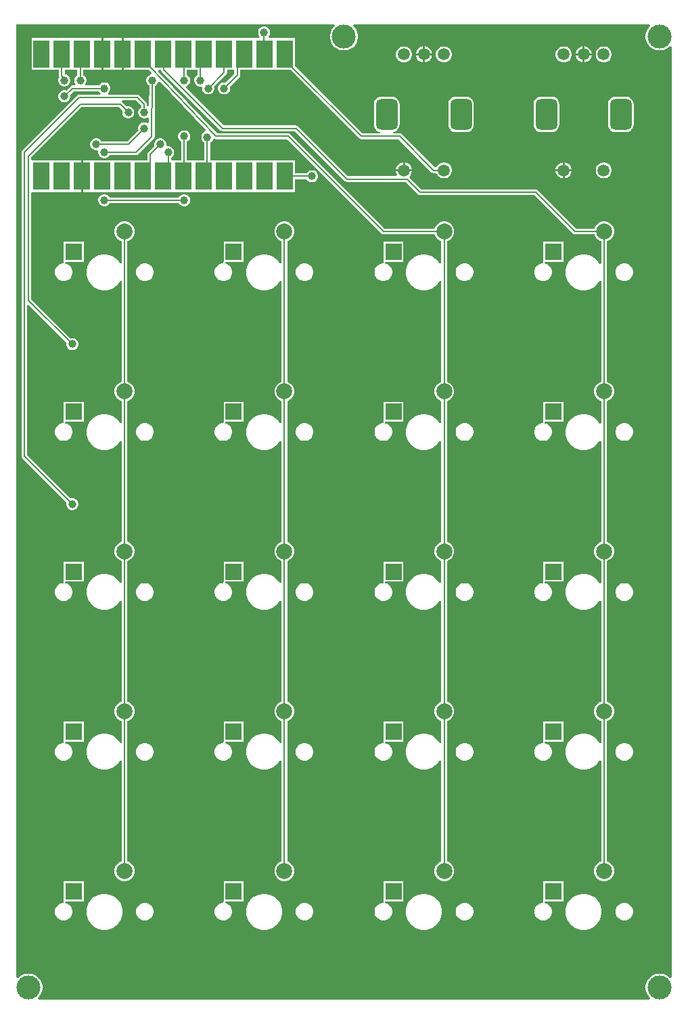
<source format=gbl>
G04*
G04 #@! TF.GenerationSoftware,Altium Limited,Altium Designer,25.3.2 (17)*
G04*
G04 Layer_Physical_Order=2*
G04 Layer_Color=16711680*
%FSLAX43Y43*%
%MOMM*%
G71*
G04*
G04 #@! TF.SameCoordinates,9A78E016-BF11-4ED0-8CD3-159F53B44DCF*
G04*
G04*
G04 #@! TF.FilePolarity,Positive*
G04*
G01*
G75*
%ADD11C,0.200*%
%ADD20C,3.000*%
%ADD21C,2.000*%
%ADD22R,2.000X2.000*%
G04:AMPARAMS|DCode=23|XSize=3.9mm|YSize=2.7mm|CornerRadius=0.675mm|HoleSize=0mm|Usage=FLASHONLY|Rotation=90.000|XOffset=0mm|YOffset=0mm|HoleType=Round|Shape=RoundedRectangle|*
%AMROUNDEDRECTD23*
21,1,3.900,1.350,0,0,90.0*
21,1,2.550,2.700,0,0,90.0*
1,1,1.350,0.675,1.275*
1,1,1.350,0.675,-1.275*
1,1,1.350,-0.675,-1.275*
1,1,1.350,-0.675,1.275*
%
%ADD23ROUNDEDRECTD23*%
%ADD24C,1.500*%
%ADD25C,1.000*%
%ADD26R,2.000X3.500*%
G36*
X80325Y122800D02*
X80141Y122616D01*
X79949Y122329D01*
X79817Y122010D01*
X79750Y121672D01*
Y121328D01*
X79817Y120990D01*
X79949Y120671D01*
X80141Y120384D01*
X80384Y120141D01*
X80671Y119949D01*
X80990Y119817D01*
X81328Y119750D01*
X81672D01*
X82010Y119817D01*
X82329Y119949D01*
X82616Y120141D01*
X82800Y120325D01*
X83000Y120242D01*
Y3758D01*
X82800Y3675D01*
X82616Y3859D01*
X82329Y4051D01*
X82010Y4183D01*
X81672Y4250D01*
X81328D01*
X80990Y4183D01*
X80671Y4051D01*
X80384Y3859D01*
X80141Y3616D01*
X79949Y3329D01*
X79817Y3010D01*
X79750Y2672D01*
Y2328D01*
X79817Y1990D01*
X79949Y1671D01*
X80141Y1384D01*
X80325Y1200D01*
X80242Y1000D01*
X3758D01*
X3675Y1200D01*
X3859Y1384D01*
X4051Y1671D01*
X4183Y1990D01*
X4250Y2328D01*
Y2672D01*
X4183Y3010D01*
X4051Y3329D01*
X3859Y3616D01*
X3616Y3859D01*
X3329Y4051D01*
X3010Y4183D01*
X2672Y4250D01*
X2328D01*
X1990Y4183D01*
X1671Y4051D01*
X1384Y3859D01*
X1200Y3675D01*
X1000Y3758D01*
Y123000D01*
X40742D01*
X40825Y122800D01*
X40641Y122616D01*
X40449Y122329D01*
X40317Y122010D01*
X40250Y121672D01*
Y121328D01*
X40317Y120990D01*
X40449Y120671D01*
X40641Y120384D01*
X40884Y120141D01*
X41171Y119949D01*
X41490Y119817D01*
X41828Y119750D01*
X42172D01*
X42510Y119817D01*
X42829Y119949D01*
X43116Y120141D01*
X43359Y120384D01*
X43551Y120671D01*
X43683Y120990D01*
X43750Y121328D01*
Y121672D01*
X43683Y122010D01*
X43551Y122329D01*
X43359Y122616D01*
X43175Y122800D01*
X43258Y123000D01*
X80242D01*
X80325Y122800D01*
D02*
G37*
%LPC*%
G36*
X13046Y121304D02*
X12846Y121304D01*
X11887D01*
Y119300D01*
Y117296D01*
X12846D01*
X13014Y117296D01*
X13214Y117296D01*
X14173D01*
Y119300D01*
Y121304D01*
X13214D01*
X13046Y121304D01*
D02*
G37*
G36*
X32099Y122750D02*
X31901D01*
X31711Y122699D01*
X31539Y122600D01*
X31400Y122461D01*
X31301Y122289D01*
X31250Y122099D01*
Y121901D01*
X31301Y121711D01*
X31400Y121539D01*
X31439Y121500D01*
X31357Y121300D01*
X30830Y121300D01*
X30630Y121300D01*
X28450D01*
X28290Y121300D01*
X28090Y121300D01*
X25750D01*
Y121300D01*
X25710D01*
Y121300D01*
X23370D01*
X23210Y121300D01*
X23010Y121300D01*
X20670D01*
Y121300D01*
X20630D01*
Y121300D01*
X18130D01*
Y121300D01*
X18090D01*
Y121300D01*
X15752D01*
X15554Y121304D01*
X15392Y121304D01*
X14427D01*
Y119300D01*
Y117296D01*
X15392D01*
X15554Y117296D01*
X15752Y117300D01*
X17581D01*
X17915Y116950D01*
X17910Y116885D01*
X17844Y116735D01*
X17711Y116699D01*
X17539Y116600D01*
X17400Y116461D01*
X17301Y116289D01*
X17250Y116099D01*
Y115901D01*
X17301Y115711D01*
X17400Y115539D01*
X17539Y115400D01*
X17638Y115343D01*
X17617Y112881D01*
X17416Y112777D01*
X17357Y112818D01*
Y113000D01*
X17330Y113137D01*
X17252Y113252D01*
X16402Y114102D01*
X16287Y114180D01*
X16150Y114207D01*
X12526D01*
X12469Y114375D01*
X12468Y114407D01*
X12600Y114539D01*
X12699Y114711D01*
X12750Y114901D01*
Y115099D01*
X12699Y115289D01*
X12600Y115461D01*
X12461Y115600D01*
X12289Y115699D01*
X12099Y115750D01*
X11901D01*
X11711Y115699D01*
X11539Y115600D01*
X11400Y115461D01*
X11340Y115357D01*
X9700D01*
X9630Y115485D01*
X9610Y115557D01*
X9699Y115711D01*
X9750Y115901D01*
Y116099D01*
X9699Y116289D01*
X9600Y116461D01*
X9461Y116600D01*
X9357Y116660D01*
Y117300D01*
X10308D01*
X10506Y117296D01*
X10668Y117296D01*
X11633D01*
Y119300D01*
Y121304D01*
X10668D01*
X10506Y121304D01*
X10308Y121300D01*
X8130D01*
X7970Y121300D01*
X7770Y121300D01*
X5590D01*
X5430Y121300D01*
X5230Y121300D01*
X2890D01*
Y117300D01*
X5230D01*
X5390Y117300D01*
X5590Y117300D01*
X6323D01*
Y116536D01*
X6350Y116400D01*
X6358Y116388D01*
X6301Y116289D01*
X6250Y116099D01*
Y115901D01*
X6301Y115711D01*
X6400Y115539D01*
X6539Y115400D01*
X6711Y115301D01*
X6901Y115250D01*
X7099D01*
X7289Y115301D01*
X7461Y115400D01*
X7600Y115539D01*
X7699Y115711D01*
X7750Y115901D01*
Y116099D01*
X7699Y116289D01*
X7600Y116461D01*
X7461Y116600D01*
X7289Y116699D01*
X7099Y116750D01*
X7037D01*
Y117300D01*
X7770D01*
X7930Y117300D01*
X8130Y117300D01*
X8643D01*
Y116660D01*
X8539Y116600D01*
X8400Y116461D01*
X8301Y116289D01*
X8250Y116099D01*
Y115901D01*
X8301Y115711D01*
X8390Y115557D01*
X8370Y115485D01*
X8300Y115357D01*
X8000D01*
X7863Y115330D01*
X7748Y115252D01*
X7214Y114719D01*
X7099Y114750D01*
X6901D01*
X6711Y114699D01*
X6539Y114600D01*
X6400Y114461D01*
X6301Y114289D01*
X6250Y114099D01*
Y113901D01*
X6301Y113711D01*
X6400Y113539D01*
X6539Y113400D01*
X6711Y113301D01*
X6901Y113250D01*
X7099D01*
X7289Y113301D01*
X7461Y113400D01*
X7600Y113539D01*
X7699Y113711D01*
X7750Y113901D01*
Y114099D01*
X7719Y114214D01*
X8148Y114643D01*
X11340D01*
X11400Y114539D01*
X11532Y114407D01*
X11531Y114375D01*
X11474Y114207D01*
X8850D01*
X8713Y114180D01*
X8598Y114102D01*
X1748Y107252D01*
X1670Y107137D01*
X1643Y107000D01*
Y69000D01*
X1670Y68863D01*
X1748Y68748D01*
X7281Y63214D01*
X7250Y63099D01*
Y62901D01*
X7301Y62711D01*
X7400Y62539D01*
X7539Y62400D01*
X7711Y62301D01*
X7901Y62250D01*
X8099D01*
X8289Y62301D01*
X8461Y62400D01*
X8600Y62539D01*
X8699Y62711D01*
X8750Y62901D01*
Y63099D01*
X8699Y63289D01*
X8600Y63461D01*
X8461Y63600D01*
X8289Y63699D01*
X8099Y63750D01*
X7901D01*
X7786Y63719D01*
X2357Y69148D01*
Y87877D01*
X2542Y87954D01*
X7281Y83214D01*
X7250Y83099D01*
Y82901D01*
X7301Y82711D01*
X7400Y82539D01*
X7539Y82400D01*
X7711Y82301D01*
X7901Y82250D01*
X8099D01*
X8289Y82301D01*
X8461Y82400D01*
X8600Y82539D01*
X8699Y82711D01*
X8750Y82901D01*
Y83099D01*
X8699Y83289D01*
X8600Y83461D01*
X8461Y83600D01*
X8289Y83699D01*
X8099Y83750D01*
X7901D01*
X7786Y83719D01*
X2857Y88648D01*
Y101814D01*
X2890Y102000D01*
X3057Y102000D01*
X5230D01*
X5390Y102000D01*
X5590Y102000D01*
X7768D01*
X7966Y101996D01*
X8128Y101996D01*
X9093D01*
Y104000D01*
Y106004D01*
X8128D01*
X7966Y106004D01*
X7768Y106000D01*
X5590D01*
X5430Y106000D01*
X5230Y106000D01*
X3057D01*
X2890Y106000D01*
X2857Y106186D01*
Y106352D01*
X9148Y112643D01*
X13852D01*
X14281Y112214D01*
X14250Y112099D01*
Y111901D01*
X14301Y111711D01*
X14400Y111539D01*
X14539Y111400D01*
X14711Y111301D01*
X14901Y111250D01*
X15099D01*
X15289Y111301D01*
X15461Y111400D01*
X15600Y111539D01*
X15699Y111711D01*
X15750Y111901D01*
Y112099D01*
X15699Y112289D01*
X15600Y112461D01*
X15461Y112600D01*
X15289Y112699D01*
X15099Y112750D01*
X14901D01*
X14786Y112719D01*
X14252Y113252D01*
X14191Y113293D01*
X14252Y113493D01*
X16002D01*
X16643Y112852D01*
Y112660D01*
X16539Y112600D01*
X16400Y112461D01*
X16301Y112289D01*
X16250Y112099D01*
Y111901D01*
X16301Y111711D01*
X16400Y111539D01*
X16539Y111400D01*
X16711Y111301D01*
X16901Y111250D01*
X17099D01*
X17289Y111301D01*
X17405Y111368D01*
X17562Y111301D01*
X17604Y111260D01*
X17599Y110723D01*
X17399Y110636D01*
X17289Y110699D01*
X17099Y110750D01*
X16901D01*
X16711Y110699D01*
X16539Y110600D01*
X16400Y110461D01*
X16301Y110289D01*
X16250Y110099D01*
Y109901D01*
X16281Y109786D01*
X14852Y108357D01*
X11660D01*
X11600Y108461D01*
X11461Y108600D01*
X11289Y108699D01*
X11099Y108750D01*
X10901D01*
X10711Y108699D01*
X10539Y108600D01*
X10400Y108461D01*
X10301Y108289D01*
X10250Y108099D01*
Y107901D01*
X10301Y107711D01*
X10400Y107539D01*
X10539Y107400D01*
X10711Y107301D01*
X10901Y107250D01*
X11083D01*
X11105Y107244D01*
X11244Y107105D01*
X11250Y107083D01*
Y106901D01*
X11301Y106711D01*
X11400Y106539D01*
X11539Y106400D01*
X11711Y106301D01*
X11901Y106250D01*
X12099D01*
X12289Y106301D01*
X12461Y106400D01*
X12600Y106539D01*
X12660Y106643D01*
X16000D01*
X16137Y106670D01*
X16252Y106748D01*
X18194Y108689D01*
X18232Y108746D01*
X18270Y108802D01*
X18270Y108804D01*
X18271Y108805D01*
X18284Y108872D01*
X18298Y108938D01*
X18351Y115337D01*
X18461Y115400D01*
X18600Y115539D01*
X18699Y115711D01*
X18726Y115811D01*
X18940Y115876D01*
X24708Y109831D01*
X24645Y109607D01*
X24609Y109598D01*
X24438Y109499D01*
X24299Y109359D01*
X24200Y109188D01*
X24149Y108998D01*
Y108800D01*
X24200Y108609D01*
X24299Y108438D01*
X24438Y108299D01*
X24542Y108239D01*
Y106000D01*
X23370D01*
X23210Y106000D01*
X23010Y106000D01*
X22357D01*
Y108340D01*
X22461Y108400D01*
X22600Y108539D01*
X22699Y108711D01*
X22750Y108901D01*
Y109099D01*
X22699Y109289D01*
X22600Y109461D01*
X22461Y109600D01*
X22289Y109699D01*
X22099Y109750D01*
X21901D01*
X21711Y109699D01*
X21539Y109600D01*
X21400Y109461D01*
X21301Y109289D01*
X21250Y109099D01*
Y108901D01*
X21301Y108711D01*
X21400Y108539D01*
X21539Y108400D01*
X21643Y108340D01*
Y106000D01*
X20830D01*
X20670Y106000D01*
X20498Y106000D01*
X20357Y106141D01*
Y106340D01*
X20461Y106400D01*
X20600Y106539D01*
X20699Y106711D01*
X20750Y106901D01*
Y107099D01*
X20699Y107289D01*
X20600Y107461D01*
X20461Y107600D01*
X20289Y107699D01*
X20099Y107750D01*
X19917D01*
X19895Y107756D01*
X19756Y107895D01*
X19750Y107917D01*
Y108099D01*
X19699Y108289D01*
X19600Y108461D01*
X19461Y108600D01*
X19289Y108699D01*
X19099Y108750D01*
X18901D01*
X18711Y108699D01*
X18539Y108600D01*
X18400Y108461D01*
X18301Y108289D01*
X18250Y108099D01*
Y107901D01*
X18281Y107786D01*
X17488Y106992D01*
X17410Y106877D01*
X17383Y106740D01*
Y106000D01*
X15750D01*
X15590Y106000D01*
X15390Y106000D01*
X13210D01*
X13050Y106000D01*
X12850Y106000D01*
X10672D01*
X10474Y106004D01*
X10312Y106004D01*
X9347D01*
Y104000D01*
Y101996D01*
X10312D01*
X10474Y101996D01*
X10672Y102000D01*
X12850D01*
X13010Y102000D01*
X13210Y102000D01*
X15390D01*
X15550Y102000D01*
X15750Y102000D01*
X17930D01*
X18090Y102000D01*
Y102000D01*
X18130D01*
Y102000D01*
X20470D01*
X20630Y102000D01*
X20830Y102000D01*
X23010D01*
X23170Y102000D01*
X23370Y102000D01*
X25550D01*
X25710Y102000D01*
X25910Y102000D01*
X28090D01*
X28250Y102000D01*
X28450Y102000D01*
X30630D01*
X30790Y102000D01*
X30990Y102000D01*
X33170D01*
X33330Y102000D01*
X33530Y102000D01*
X35870D01*
Y103643D01*
X37340D01*
X37400Y103539D01*
X37539Y103400D01*
X37711Y103301D01*
X37901Y103250D01*
X38099D01*
X38289Y103301D01*
X38461Y103400D01*
X38600Y103539D01*
X38699Y103711D01*
X38750Y103901D01*
Y104099D01*
X38699Y104289D01*
X38600Y104461D01*
X38461Y104600D01*
X38289Y104699D01*
X38099Y104750D01*
X37901D01*
X37711Y104699D01*
X37539Y104600D01*
X37400Y104461D01*
X37340Y104357D01*
X35870D01*
Y106000D01*
X33530D01*
X33370Y106000D01*
X33170Y106000D01*
X30990D01*
X30830Y106000D01*
X30630Y106000D01*
X28450D01*
X28290Y106000D01*
X28090Y106000D01*
X25910D01*
X25750Y106000D01*
X25550Y106000D01*
X25256D01*
Y108239D01*
X25359Y108299D01*
X25499Y108438D01*
X25598Y108609D01*
X25599Y108614D01*
X25626Y108638D01*
X25815Y108701D01*
X25828Y108694D01*
X25863Y108670D01*
X25863Y108670D01*
X26000Y108643D01*
X26083Y108643D01*
X34852D01*
X46668Y96828D01*
X46783Y96750D01*
X46920Y96723D01*
X53342D01*
X53375Y96598D01*
X53540Y96312D01*
X53772Y96080D01*
X54058Y95915D01*
X54183Y95882D01*
Y93116D01*
X54003Y93067D01*
X53983Y93071D01*
X53743Y93430D01*
X53430Y93743D01*
X53063Y93989D01*
X52655Y94158D01*
X52221Y94244D01*
X51779D01*
X51345Y94158D01*
X50937Y93989D01*
X50570Y93743D01*
X50257Y93430D01*
X50011Y93063D01*
X49842Y92655D01*
X49756Y92221D01*
Y91779D01*
X49842Y91345D01*
X50011Y90937D01*
X50257Y90570D01*
X50570Y90257D01*
X50937Y90011D01*
X51345Y89842D01*
X51779Y89756D01*
X52221D01*
X52655Y89842D01*
X53063Y90011D01*
X53430Y90257D01*
X53743Y90570D01*
X53983Y90929D01*
X54003Y90933D01*
X54183Y90884D01*
Y78278D01*
X54058Y78245D01*
X53772Y78080D01*
X53540Y77848D01*
X53375Y77562D01*
X53290Y77245D01*
Y76915D01*
X53375Y76598D01*
X53540Y76312D01*
X53772Y76080D01*
X54058Y75915D01*
X54183Y75882D01*
Y73116D01*
X54003Y73067D01*
X53983Y73071D01*
X53743Y73430D01*
X53430Y73743D01*
X53063Y73989D01*
X52655Y74158D01*
X52221Y74244D01*
X51779D01*
X51345Y74158D01*
X50937Y73989D01*
X50570Y73743D01*
X50257Y73430D01*
X50011Y73063D01*
X49842Y72655D01*
X49756Y72221D01*
Y71779D01*
X49842Y71345D01*
X50011Y70937D01*
X50257Y70570D01*
X50570Y70257D01*
X50937Y70011D01*
X51345Y69842D01*
X51779Y69756D01*
X52221D01*
X52655Y69842D01*
X53063Y70011D01*
X53430Y70257D01*
X53743Y70570D01*
X53983Y70929D01*
X54003Y70933D01*
X54183Y70884D01*
Y58278D01*
X54058Y58245D01*
X53772Y58080D01*
X53540Y57848D01*
X53375Y57562D01*
X53290Y57245D01*
Y56915D01*
X53375Y56598D01*
X53540Y56312D01*
X53772Y56080D01*
X54058Y55915D01*
X54183Y55882D01*
Y53116D01*
X54003Y53067D01*
X53983Y53071D01*
X53743Y53430D01*
X53430Y53743D01*
X53063Y53989D01*
X52655Y54158D01*
X52221Y54244D01*
X51779D01*
X51345Y54158D01*
X50937Y53989D01*
X50570Y53743D01*
X50257Y53430D01*
X50011Y53063D01*
X49842Y52655D01*
X49756Y52221D01*
Y51779D01*
X49842Y51345D01*
X50011Y50937D01*
X50257Y50570D01*
X50570Y50257D01*
X50937Y50011D01*
X51345Y49842D01*
X51779Y49756D01*
X52221D01*
X52655Y49842D01*
X53063Y50011D01*
X53430Y50257D01*
X53743Y50570D01*
X53983Y50929D01*
X54003Y50933D01*
X54183Y50884D01*
Y38278D01*
X54058Y38245D01*
X53772Y38080D01*
X53540Y37848D01*
X53375Y37562D01*
X53290Y37245D01*
Y36915D01*
X53375Y36598D01*
X53540Y36312D01*
X53772Y36080D01*
X54058Y35915D01*
X54183Y35882D01*
Y33116D01*
X54003Y33067D01*
X53983Y33071D01*
X53743Y33430D01*
X53430Y33743D01*
X53063Y33989D01*
X52655Y34158D01*
X52221Y34244D01*
X51779D01*
X51345Y34158D01*
X50937Y33989D01*
X50570Y33743D01*
X50257Y33430D01*
X50011Y33063D01*
X49842Y32655D01*
X49756Y32221D01*
Y31779D01*
X49842Y31345D01*
X50011Y30937D01*
X50257Y30570D01*
X50570Y30257D01*
X50937Y30011D01*
X51345Y29842D01*
X51779Y29756D01*
X52221D01*
X52655Y29842D01*
X53063Y30011D01*
X53430Y30257D01*
X53743Y30570D01*
X53983Y30929D01*
X54003Y30933D01*
X54183Y30884D01*
Y18278D01*
X54058Y18245D01*
X53772Y18080D01*
X53540Y17848D01*
X53375Y17562D01*
X53290Y17245D01*
Y16915D01*
X53375Y16598D01*
X53540Y16312D01*
X53772Y16080D01*
X54058Y15915D01*
X54375Y15830D01*
X54705D01*
X55022Y15915D01*
X55308Y16080D01*
X55540Y16312D01*
X55705Y16598D01*
X55790Y16915D01*
Y17245D01*
X55705Y17562D01*
X55540Y17848D01*
X55308Y18080D01*
X55022Y18245D01*
X54897Y18278D01*
Y35882D01*
X55022Y35915D01*
X55308Y36080D01*
X55540Y36312D01*
X55705Y36598D01*
X55790Y36915D01*
Y37245D01*
X55705Y37562D01*
X55540Y37848D01*
X55308Y38080D01*
X55022Y38245D01*
X54897Y38278D01*
Y55882D01*
X55022Y55915D01*
X55308Y56080D01*
X55540Y56312D01*
X55705Y56598D01*
X55790Y56915D01*
Y57245D01*
X55705Y57562D01*
X55540Y57848D01*
X55308Y58080D01*
X55022Y58245D01*
X54897Y58278D01*
Y75882D01*
X55022Y75915D01*
X55308Y76080D01*
X55540Y76312D01*
X55705Y76598D01*
X55790Y76915D01*
Y77245D01*
X55705Y77562D01*
X55540Y77848D01*
X55308Y78080D01*
X55022Y78245D01*
X54897Y78278D01*
Y95882D01*
X55022Y95915D01*
X55308Y96080D01*
X55540Y96312D01*
X55705Y96598D01*
X55790Y96915D01*
Y97245D01*
X55705Y97562D01*
X55540Y97848D01*
X55308Y98080D01*
X55022Y98245D01*
X54705Y98330D01*
X54375D01*
X54058Y98245D01*
X53772Y98080D01*
X53540Y97848D01*
X53375Y97562D01*
X53342Y97437D01*
X47068D01*
X35252Y109252D01*
X35137Y109330D01*
X35000Y109357D01*
X26148D01*
X26138Y109367D01*
X18743Y117116D01*
X18821Y117300D01*
X19087D01*
X19101Y117231D01*
X19178Y117115D01*
X26546Y109748D01*
X26661Y109670D01*
X26798Y109643D01*
X35852D01*
X42098Y103398D01*
X42213Y103320D01*
X42350Y103293D01*
X49731D01*
X51277Y101748D01*
X51393Y101670D01*
X51529Y101643D01*
X65852D01*
X70668Y96828D01*
X70783Y96750D01*
X70920Y96723D01*
X73342D01*
X73375Y96598D01*
X73540Y96312D01*
X73772Y96080D01*
X74058Y95915D01*
X74183Y95882D01*
Y93116D01*
X74003Y93067D01*
X73983Y93071D01*
X73743Y93430D01*
X73430Y93743D01*
X73063Y93989D01*
X72655Y94158D01*
X72221Y94244D01*
X71779D01*
X71345Y94158D01*
X70937Y93989D01*
X70570Y93743D01*
X70257Y93430D01*
X70011Y93063D01*
X69842Y92655D01*
X69756Y92221D01*
Y91779D01*
X69842Y91345D01*
X70011Y90937D01*
X70257Y90570D01*
X70570Y90257D01*
X70937Y90011D01*
X71345Y89842D01*
X71779Y89756D01*
X72221D01*
X72655Y89842D01*
X73063Y90011D01*
X73430Y90257D01*
X73743Y90570D01*
X73983Y90929D01*
X74003Y90933D01*
X74183Y90884D01*
Y78278D01*
X74058Y78245D01*
X73772Y78080D01*
X73540Y77848D01*
X73375Y77562D01*
X73290Y77245D01*
Y76915D01*
X73375Y76598D01*
X73540Y76312D01*
X73772Y76080D01*
X74058Y75915D01*
X74183Y75882D01*
Y73116D01*
X74003Y73067D01*
X73983Y73071D01*
X73743Y73430D01*
X73430Y73743D01*
X73063Y73989D01*
X72655Y74158D01*
X72221Y74244D01*
X71779D01*
X71345Y74158D01*
X70937Y73989D01*
X70570Y73743D01*
X70257Y73430D01*
X70011Y73063D01*
X69842Y72655D01*
X69756Y72221D01*
Y71779D01*
X69842Y71345D01*
X70011Y70937D01*
X70257Y70570D01*
X70570Y70257D01*
X70937Y70011D01*
X71345Y69842D01*
X71779Y69756D01*
X72221D01*
X72655Y69842D01*
X73063Y70011D01*
X73430Y70257D01*
X73743Y70570D01*
X73983Y70929D01*
X74003Y70933D01*
X74183Y70884D01*
Y58278D01*
X74058Y58245D01*
X73772Y58080D01*
X73540Y57848D01*
X73375Y57562D01*
X73290Y57245D01*
Y56915D01*
X73375Y56598D01*
X73540Y56312D01*
X73772Y56080D01*
X74058Y55915D01*
X74183Y55882D01*
Y53116D01*
X74003Y53067D01*
X73983Y53071D01*
X73743Y53430D01*
X73430Y53743D01*
X73063Y53989D01*
X72655Y54158D01*
X72221Y54244D01*
X71779D01*
X71345Y54158D01*
X70937Y53989D01*
X70570Y53743D01*
X70257Y53430D01*
X70011Y53063D01*
X69842Y52655D01*
X69756Y52221D01*
Y51779D01*
X69842Y51345D01*
X70011Y50937D01*
X70257Y50570D01*
X70570Y50257D01*
X70937Y50011D01*
X71345Y49842D01*
X71779Y49756D01*
X72221D01*
X72655Y49842D01*
X73063Y50011D01*
X73430Y50257D01*
X73743Y50570D01*
X73983Y50929D01*
X74003Y50933D01*
X74183Y50884D01*
Y38278D01*
X74058Y38245D01*
X73772Y38080D01*
X73540Y37848D01*
X73375Y37562D01*
X73290Y37245D01*
Y36915D01*
X73375Y36598D01*
X73540Y36312D01*
X73772Y36080D01*
X74058Y35915D01*
X74183Y35882D01*
Y33116D01*
X74003Y33067D01*
X73983Y33071D01*
X73743Y33430D01*
X73430Y33743D01*
X73063Y33989D01*
X72655Y34158D01*
X72221Y34244D01*
X71779D01*
X71345Y34158D01*
X70937Y33989D01*
X70570Y33743D01*
X70257Y33430D01*
X70011Y33063D01*
X69842Y32655D01*
X69756Y32221D01*
Y31779D01*
X69842Y31345D01*
X70011Y30937D01*
X70257Y30570D01*
X70570Y30257D01*
X70937Y30011D01*
X71345Y29842D01*
X71779Y29756D01*
X72221D01*
X72655Y29842D01*
X73063Y30011D01*
X73430Y30257D01*
X73743Y30570D01*
X73983Y30929D01*
X74003Y30933D01*
X74183Y30884D01*
Y18278D01*
X74058Y18245D01*
X73772Y18080D01*
X73540Y17848D01*
X73375Y17562D01*
X73290Y17245D01*
Y16915D01*
X73375Y16598D01*
X73540Y16312D01*
X73772Y16080D01*
X74058Y15915D01*
X74375Y15830D01*
X74705D01*
X75022Y15915D01*
X75308Y16080D01*
X75540Y16312D01*
X75705Y16598D01*
X75790Y16915D01*
Y17245D01*
X75705Y17562D01*
X75540Y17848D01*
X75308Y18080D01*
X75022Y18245D01*
X74897Y18278D01*
Y35882D01*
X75022Y35915D01*
X75308Y36080D01*
X75540Y36312D01*
X75705Y36598D01*
X75790Y36915D01*
Y37245D01*
X75705Y37562D01*
X75540Y37848D01*
X75308Y38080D01*
X75022Y38245D01*
X74897Y38278D01*
Y55882D01*
X75022Y55915D01*
X75308Y56080D01*
X75540Y56312D01*
X75705Y56598D01*
X75790Y56915D01*
Y57245D01*
X75705Y57562D01*
X75540Y57848D01*
X75308Y58080D01*
X75022Y58245D01*
X74897Y58278D01*
Y75882D01*
X75022Y75915D01*
X75308Y76080D01*
X75540Y76312D01*
X75705Y76598D01*
X75790Y76915D01*
Y77245D01*
X75705Y77562D01*
X75540Y77848D01*
X75308Y78080D01*
X75022Y78245D01*
X74897Y78278D01*
Y95882D01*
X75022Y95915D01*
X75308Y96080D01*
X75540Y96312D01*
X75705Y96598D01*
X75790Y96915D01*
Y97245D01*
X75705Y97562D01*
X75540Y97848D01*
X75308Y98080D01*
X75022Y98245D01*
X74705Y98330D01*
X74375D01*
X74058Y98245D01*
X73772Y98080D01*
X73540Y97848D01*
X73375Y97562D01*
X73342Y97437D01*
X71068D01*
X66252Y102252D01*
X66137Y102330D01*
X66000Y102357D01*
X51677D01*
X50236Y103798D01*
X50141Y103916D01*
X50240Y104070D01*
X50303Y104134D01*
X50436Y104362D01*
X50504Y104618D01*
Y104623D01*
X49500D01*
X48496D01*
Y104618D01*
X48564Y104362D01*
X48654Y104207D01*
X48558Y104007D01*
X42498D01*
X36252Y110252D01*
X36137Y110330D01*
X36000Y110357D01*
X26946D01*
X22226Y115077D01*
X22285Y115300D01*
X22289Y115301D01*
X22461Y115400D01*
X22600Y115539D01*
X22699Y115711D01*
X22750Y115901D01*
Y116099D01*
X22699Y116289D01*
X22600Y116461D01*
X22461Y116600D01*
X22357Y116660D01*
Y117300D01*
X23010D01*
X23170Y117300D01*
X23370Y117300D01*
X23643D01*
Y116660D01*
X23539Y116600D01*
X23400Y116461D01*
X23301Y116289D01*
X23250Y116099D01*
Y115901D01*
X23301Y115711D01*
X23400Y115539D01*
X23539Y115400D01*
X23711Y115301D01*
X23901Y115250D01*
X24083D01*
X24105Y115244D01*
X24244Y115105D01*
X24250Y115083D01*
Y114901D01*
X24301Y114711D01*
X24400Y114539D01*
X24539Y114400D01*
X24711Y114301D01*
X24901Y114250D01*
X25099D01*
X25289Y114301D01*
X25461Y114400D01*
X25600Y114539D01*
X25699Y114711D01*
X25750Y114901D01*
Y115099D01*
X25719Y115214D01*
X27252Y116748D01*
X27330Y116863D01*
X27357Y117000D01*
Y117300D01*
X28250Y117300D01*
X28283Y117114D01*
Y116788D01*
X27214Y115719D01*
X27099Y115750D01*
X26901D01*
X26711Y115699D01*
X26539Y115600D01*
X26400Y115461D01*
X26301Y115289D01*
X26250Y115099D01*
Y114901D01*
X26301Y114711D01*
X26400Y114539D01*
X26539Y114400D01*
X26711Y114301D01*
X26901Y114250D01*
X27099D01*
X27289Y114301D01*
X27461Y114400D01*
X27600Y114539D01*
X27699Y114711D01*
X27750Y114901D01*
Y115099D01*
X27719Y115214D01*
X28892Y116388D01*
X28970Y116503D01*
X28997Y116640D01*
Y117300D01*
X30630D01*
X30790Y117300D01*
X30990Y117300D01*
X33170D01*
X33330Y117300D01*
X33530Y117300D01*
X35365D01*
X43918Y108748D01*
X44033Y108670D01*
X44170Y108643D01*
X48852D01*
X52998Y104498D01*
X53113Y104420D01*
X53250Y104393D01*
X53560D01*
X53568Y104364D01*
X53700Y104136D01*
X53886Y103950D01*
X54114Y103818D01*
X54368Y103750D01*
X54632D01*
X54886Y103818D01*
X55114Y103950D01*
X55300Y104136D01*
X55432Y104364D01*
X55500Y104618D01*
Y104882D01*
X55432Y105136D01*
X55300Y105364D01*
X55114Y105550D01*
X54886Y105682D01*
X54632Y105750D01*
X54368D01*
X54114Y105682D01*
X53886Y105550D01*
X53700Y105364D01*
X53578Y105154D01*
X53452Y105135D01*
X53370Y105134D01*
X49252Y109252D01*
X49137Y109330D01*
X49000Y109357D01*
X48151D01*
X48138Y109557D01*
X48266Y109574D01*
X48491Y109667D01*
X48685Y109815D01*
X48833Y110009D01*
X48926Y110234D01*
X48958Y110475D01*
Y113025D01*
X48926Y113266D01*
X48833Y113491D01*
X48685Y113685D01*
X48491Y113833D01*
X48266Y113926D01*
X48025Y113958D01*
X46675D01*
X46434Y113926D01*
X46209Y113833D01*
X46015Y113685D01*
X45867Y113491D01*
X45774Y113266D01*
X45742Y113025D01*
Y110475D01*
X45774Y110234D01*
X45867Y110009D01*
X46015Y109815D01*
X46209Y109667D01*
X46434Y109574D01*
X46562Y109557D01*
X46549Y109357D01*
X44318D01*
X35870Y117805D01*
Y121300D01*
X33530D01*
X33370Y121300D01*
X33170Y121300D01*
X32644D01*
X32561Y121500D01*
X32600Y121539D01*
X32699Y121711D01*
X32750Y121901D01*
Y122099D01*
X32699Y122289D01*
X32600Y122461D01*
X32461Y122600D01*
X32289Y122699D01*
X32099Y122750D01*
D02*
G37*
G36*
X72132Y120254D02*
X72127D01*
Y119377D01*
X73004D01*
Y119382D01*
X72936Y119638D01*
X72803Y119866D01*
X72616Y120053D01*
X72388Y120186D01*
X72132Y120254D01*
D02*
G37*
G36*
X52132D02*
X52127D01*
Y119377D01*
X53004D01*
Y119382D01*
X52936Y119638D01*
X52803Y119866D01*
X52616Y120053D01*
X52388Y120186D01*
X52132Y120254D01*
D02*
G37*
G36*
X71873D02*
X71868D01*
X71612Y120186D01*
X71384Y120053D01*
X71197Y119866D01*
X71064Y119638D01*
X70996Y119382D01*
Y119377D01*
X71873D01*
Y120254D01*
D02*
G37*
G36*
X51873D02*
X51868D01*
X51612Y120186D01*
X51384Y120053D01*
X51197Y119866D01*
X51064Y119638D01*
X50996Y119382D01*
Y119377D01*
X51873D01*
Y120254D01*
D02*
G37*
G36*
X74632Y120250D02*
X74368D01*
X74114Y120182D01*
X73886Y120050D01*
X73700Y119864D01*
X73568Y119636D01*
X73500Y119382D01*
Y119118D01*
X73568Y118864D01*
X73700Y118636D01*
X73886Y118450D01*
X74114Y118318D01*
X74368Y118250D01*
X74632D01*
X74886Y118318D01*
X75114Y118450D01*
X75300Y118636D01*
X75432Y118864D01*
X75500Y119118D01*
Y119382D01*
X75432Y119636D01*
X75300Y119864D01*
X75114Y120050D01*
X74886Y120182D01*
X74632Y120250D01*
D02*
G37*
G36*
X69632D02*
X69368D01*
X69114Y120182D01*
X68886Y120050D01*
X68700Y119864D01*
X68568Y119636D01*
X68500Y119382D01*
Y119118D01*
X68568Y118864D01*
X68700Y118636D01*
X68886Y118450D01*
X69114Y118318D01*
X69368Y118250D01*
X69632D01*
X69886Y118318D01*
X70114Y118450D01*
X70300Y118636D01*
X70432Y118864D01*
X70500Y119118D01*
Y119382D01*
X70432Y119636D01*
X70300Y119864D01*
X70114Y120050D01*
X69886Y120182D01*
X69632Y120250D01*
D02*
G37*
G36*
X54632D02*
X54368D01*
X54114Y120182D01*
X53886Y120050D01*
X53700Y119864D01*
X53568Y119636D01*
X53500Y119382D01*
Y119118D01*
X53568Y118864D01*
X53700Y118636D01*
X53886Y118450D01*
X54114Y118318D01*
X54368Y118250D01*
X54632D01*
X54886Y118318D01*
X55114Y118450D01*
X55300Y118636D01*
X55432Y118864D01*
X55500Y119118D01*
Y119382D01*
X55432Y119636D01*
X55300Y119864D01*
X55114Y120050D01*
X54886Y120182D01*
X54632Y120250D01*
D02*
G37*
G36*
X49632D02*
X49368D01*
X49114Y120182D01*
X48886Y120050D01*
X48700Y119864D01*
X48568Y119636D01*
X48500Y119382D01*
Y119118D01*
X48568Y118864D01*
X48700Y118636D01*
X48886Y118450D01*
X49114Y118318D01*
X49368Y118250D01*
X49632D01*
X49886Y118318D01*
X50114Y118450D01*
X50300Y118636D01*
X50432Y118864D01*
X50500Y119118D01*
Y119382D01*
X50432Y119636D01*
X50300Y119864D01*
X50114Y120050D01*
X49886Y120182D01*
X49632Y120250D01*
D02*
G37*
G36*
X73004Y119123D02*
X72127D01*
Y118246D01*
X72132D01*
X72388Y118314D01*
X72616Y118447D01*
X72803Y118634D01*
X72936Y118862D01*
X73004Y119118D01*
Y119123D01*
D02*
G37*
G36*
X71873D02*
X70996D01*
Y119118D01*
X71064Y118862D01*
X71197Y118634D01*
X71384Y118447D01*
X71612Y118314D01*
X71868Y118246D01*
X71873D01*
Y119123D01*
D02*
G37*
G36*
X53004D02*
X52127D01*
Y118246D01*
X52132D01*
X52388Y118314D01*
X52616Y118447D01*
X52803Y118634D01*
X52936Y118862D01*
X53004Y119118D01*
Y119123D01*
D02*
G37*
G36*
X51873D02*
X50996D01*
Y119118D01*
X51064Y118862D01*
X51197Y118634D01*
X51384Y118447D01*
X51612Y118314D01*
X51868Y118246D01*
X51873D01*
Y119123D01*
D02*
G37*
G36*
X77325Y113958D02*
X75975D01*
X75734Y113926D01*
X75509Y113833D01*
X75315Y113685D01*
X75167Y113491D01*
X75074Y113266D01*
X75042Y113025D01*
Y110475D01*
X75074Y110234D01*
X75167Y110009D01*
X75315Y109815D01*
X75509Y109667D01*
X75734Y109574D01*
X75975Y109542D01*
X77325D01*
X77566Y109574D01*
X77791Y109667D01*
X77985Y109815D01*
X78133Y110009D01*
X78226Y110234D01*
X78258Y110475D01*
Y113025D01*
X78226Y113266D01*
X78133Y113491D01*
X77985Y113685D01*
X77791Y113833D01*
X77566Y113926D01*
X77325Y113958D01*
D02*
G37*
G36*
X68025D02*
X66675D01*
X66434Y113926D01*
X66209Y113833D01*
X66015Y113685D01*
X65867Y113491D01*
X65774Y113266D01*
X65742Y113025D01*
Y110475D01*
X65774Y110234D01*
X65867Y110009D01*
X66015Y109815D01*
X66209Y109667D01*
X66434Y109574D01*
X66675Y109542D01*
X68025D01*
X68266Y109574D01*
X68491Y109667D01*
X68685Y109815D01*
X68833Y110009D01*
X68926Y110234D01*
X68958Y110475D01*
Y113025D01*
X68926Y113266D01*
X68833Y113491D01*
X68685Y113685D01*
X68491Y113833D01*
X68266Y113926D01*
X68025Y113958D01*
D02*
G37*
G36*
X57325D02*
X55975D01*
X55734Y113926D01*
X55509Y113833D01*
X55315Y113685D01*
X55167Y113491D01*
X55074Y113266D01*
X55042Y113025D01*
Y110475D01*
X55074Y110234D01*
X55167Y110009D01*
X55315Y109815D01*
X55509Y109667D01*
X55734Y109574D01*
X55975Y109542D01*
X57325D01*
X57566Y109574D01*
X57791Y109667D01*
X57985Y109815D01*
X58133Y110009D01*
X58226Y110234D01*
X58258Y110475D01*
Y113025D01*
X58226Y113266D01*
X58133Y113491D01*
X57985Y113685D01*
X57791Y113833D01*
X57566Y113926D01*
X57325Y113958D01*
D02*
G37*
G36*
X69632Y105754D02*
X69627D01*
Y104877D01*
X70504D01*
Y104882D01*
X70436Y105138D01*
X70303Y105366D01*
X70116Y105553D01*
X69888Y105686D01*
X69632Y105754D01*
D02*
G37*
G36*
X49632D02*
X49627D01*
Y104877D01*
X50504D01*
Y104882D01*
X50436Y105138D01*
X50303Y105366D01*
X50116Y105553D01*
X49888Y105686D01*
X49632Y105754D01*
D02*
G37*
G36*
X69373D02*
X69368D01*
X69112Y105686D01*
X68884Y105553D01*
X68697Y105366D01*
X68564Y105138D01*
X68496Y104882D01*
Y104877D01*
X69373D01*
Y105754D01*
D02*
G37*
G36*
X49373D02*
X49368D01*
X49112Y105686D01*
X48884Y105553D01*
X48697Y105366D01*
X48564Y105138D01*
X48496Y104882D01*
Y104877D01*
X49373D01*
Y105754D01*
D02*
G37*
G36*
X74632Y105750D02*
X74368D01*
X74114Y105682D01*
X73886Y105550D01*
X73700Y105364D01*
X73568Y105136D01*
X73500Y104882D01*
Y104618D01*
X73568Y104364D01*
X73700Y104136D01*
X73886Y103950D01*
X74114Y103818D01*
X74368Y103750D01*
X74632D01*
X74886Y103818D01*
X75114Y103950D01*
X75300Y104136D01*
X75432Y104364D01*
X75500Y104618D01*
Y104882D01*
X75432Y105136D01*
X75300Y105364D01*
X75114Y105550D01*
X74886Y105682D01*
X74632Y105750D01*
D02*
G37*
G36*
X70504Y104623D02*
X69627D01*
Y103746D01*
X69632D01*
X69888Y103814D01*
X70116Y103947D01*
X70303Y104134D01*
X70436Y104362D01*
X70504Y104618D01*
Y104623D01*
D02*
G37*
G36*
X69373D02*
X68496D01*
Y104618D01*
X68564Y104362D01*
X68697Y104134D01*
X68884Y103947D01*
X69112Y103814D01*
X69368Y103746D01*
X69373D01*
Y104623D01*
D02*
G37*
G36*
X22099Y101750D02*
X21901D01*
X21711Y101699D01*
X21539Y101600D01*
X21400Y101461D01*
X21340Y101357D01*
X12660D01*
X12600Y101461D01*
X12461Y101600D01*
X12289Y101699D01*
X12099Y101750D01*
X11901D01*
X11711Y101699D01*
X11539Y101600D01*
X11400Y101461D01*
X11301Y101289D01*
X11250Y101099D01*
Y100901D01*
X11301Y100711D01*
X11400Y100539D01*
X11539Y100400D01*
X11711Y100301D01*
X11901Y100250D01*
X12099D01*
X12289Y100301D01*
X12461Y100400D01*
X12600Y100539D01*
X12660Y100643D01*
X21340D01*
X21400Y100539D01*
X21539Y100400D01*
X21711Y100301D01*
X21901Y100250D01*
X22099D01*
X22289Y100301D01*
X22461Y100400D01*
X22600Y100539D01*
X22699Y100711D01*
X22750Y100901D01*
Y101099D01*
X22699Y101289D01*
X22600Y101461D01*
X22461Y101600D01*
X22289Y101699D01*
X22099Y101750D01*
D02*
G37*
G36*
X34705Y98330D02*
X34375D01*
X34058Y98245D01*
X33772Y98080D01*
X33540Y97848D01*
X33375Y97562D01*
X33290Y97245D01*
Y96915D01*
X33375Y96598D01*
X33540Y96312D01*
X33772Y96080D01*
X34058Y95915D01*
X34183Y95882D01*
Y93116D01*
X34003Y93067D01*
X33983Y93071D01*
X33743Y93430D01*
X33430Y93743D01*
X33063Y93989D01*
X32655Y94158D01*
X32221Y94244D01*
X31779D01*
X31345Y94158D01*
X30937Y93989D01*
X30570Y93743D01*
X30257Y93430D01*
X30011Y93063D01*
X29842Y92655D01*
X29756Y92221D01*
Y91779D01*
X29842Y91345D01*
X30011Y90937D01*
X30257Y90570D01*
X30570Y90257D01*
X30937Y90011D01*
X31345Y89842D01*
X31779Y89756D01*
X32221D01*
X32655Y89842D01*
X33063Y90011D01*
X33430Y90257D01*
X33743Y90570D01*
X33983Y90929D01*
X34003Y90933D01*
X34183Y90884D01*
Y78278D01*
X34058Y78245D01*
X33772Y78080D01*
X33540Y77848D01*
X33375Y77562D01*
X33290Y77245D01*
Y76915D01*
X33375Y76598D01*
X33540Y76312D01*
X33772Y76080D01*
X34058Y75915D01*
X34183Y75882D01*
Y73116D01*
X34003Y73067D01*
X33983Y73071D01*
X33743Y73430D01*
X33430Y73743D01*
X33063Y73989D01*
X32655Y74158D01*
X32221Y74244D01*
X31779D01*
X31345Y74158D01*
X30937Y73989D01*
X30570Y73743D01*
X30257Y73430D01*
X30011Y73063D01*
X29842Y72655D01*
X29756Y72221D01*
Y71779D01*
X29842Y71345D01*
X30011Y70937D01*
X30257Y70570D01*
X30570Y70257D01*
X30937Y70011D01*
X31345Y69842D01*
X31779Y69756D01*
X32221D01*
X32655Y69842D01*
X33063Y70011D01*
X33430Y70257D01*
X33743Y70570D01*
X33983Y70929D01*
X34003Y70933D01*
X34183Y70884D01*
Y58278D01*
X34058Y58245D01*
X33772Y58080D01*
X33540Y57848D01*
X33375Y57562D01*
X33290Y57245D01*
Y56915D01*
X33375Y56598D01*
X33540Y56312D01*
X33772Y56080D01*
X34058Y55915D01*
X34183Y55882D01*
Y53116D01*
X34003Y53067D01*
X33983Y53071D01*
X33743Y53430D01*
X33430Y53743D01*
X33063Y53989D01*
X32655Y54158D01*
X32221Y54244D01*
X31779D01*
X31345Y54158D01*
X30937Y53989D01*
X30570Y53743D01*
X30257Y53430D01*
X30011Y53063D01*
X29842Y52655D01*
X29756Y52221D01*
Y51779D01*
X29842Y51345D01*
X30011Y50937D01*
X30257Y50570D01*
X30570Y50257D01*
X30937Y50011D01*
X31345Y49842D01*
X31779Y49756D01*
X32221D01*
X32655Y49842D01*
X33063Y50011D01*
X33430Y50257D01*
X33743Y50570D01*
X33983Y50929D01*
X34003Y50933D01*
X34183Y50884D01*
Y38278D01*
X34058Y38245D01*
X33772Y38080D01*
X33540Y37848D01*
X33375Y37562D01*
X33290Y37245D01*
Y36915D01*
X33375Y36598D01*
X33540Y36312D01*
X33772Y36080D01*
X34058Y35915D01*
X34183Y35882D01*
Y33116D01*
X34003Y33067D01*
X33983Y33071D01*
X33743Y33430D01*
X33430Y33743D01*
X33063Y33989D01*
X32655Y34158D01*
X32221Y34244D01*
X31779D01*
X31345Y34158D01*
X30937Y33989D01*
X30570Y33743D01*
X30257Y33430D01*
X30011Y33063D01*
X29842Y32655D01*
X29756Y32221D01*
Y31779D01*
X29842Y31345D01*
X30011Y30937D01*
X30257Y30570D01*
X30570Y30257D01*
X30937Y30011D01*
X31345Y29842D01*
X31779Y29756D01*
X32221D01*
X32655Y29842D01*
X33063Y30011D01*
X33430Y30257D01*
X33743Y30570D01*
X33983Y30929D01*
X34003Y30933D01*
X34183Y30884D01*
Y18278D01*
X34058Y18245D01*
X33772Y18080D01*
X33540Y17848D01*
X33375Y17562D01*
X33290Y17245D01*
Y16915D01*
X33375Y16598D01*
X33540Y16312D01*
X33772Y16080D01*
X34058Y15915D01*
X34375Y15830D01*
X34705D01*
X35022Y15915D01*
X35308Y16080D01*
X35540Y16312D01*
X35705Y16598D01*
X35790Y16915D01*
Y17245D01*
X35705Y17562D01*
X35540Y17848D01*
X35308Y18080D01*
X35022Y18245D01*
X34897Y18278D01*
Y35882D01*
X35022Y35915D01*
X35308Y36080D01*
X35540Y36312D01*
X35705Y36598D01*
X35790Y36915D01*
Y37245D01*
X35705Y37562D01*
X35540Y37848D01*
X35308Y38080D01*
X35022Y38245D01*
X34897Y38278D01*
Y55882D01*
X35022Y55915D01*
X35308Y56080D01*
X35540Y56312D01*
X35705Y56598D01*
X35790Y56915D01*
Y57245D01*
X35705Y57562D01*
X35540Y57848D01*
X35308Y58080D01*
X35022Y58245D01*
X34897Y58278D01*
Y75882D01*
X35022Y75915D01*
X35308Y76080D01*
X35540Y76312D01*
X35705Y76598D01*
X35790Y76915D01*
Y77245D01*
X35705Y77562D01*
X35540Y77848D01*
X35308Y78080D01*
X35022Y78245D01*
X34897Y78278D01*
Y95882D01*
X35022Y95915D01*
X35308Y96080D01*
X35540Y96312D01*
X35705Y96598D01*
X35790Y96915D01*
Y97245D01*
X35705Y97562D01*
X35540Y97848D01*
X35308Y98080D01*
X35022Y98245D01*
X34705Y98330D01*
D02*
G37*
G36*
X14705D02*
X14375D01*
X14058Y98245D01*
X13772Y98080D01*
X13540Y97848D01*
X13375Y97562D01*
X13290Y97245D01*
Y96915D01*
X13375Y96598D01*
X13540Y96312D01*
X13772Y96080D01*
X14058Y95915D01*
X14183Y95882D01*
Y93116D01*
X14003Y93067D01*
X13983Y93071D01*
X13743Y93430D01*
X13430Y93743D01*
X13063Y93989D01*
X12655Y94158D01*
X12221Y94244D01*
X11779D01*
X11345Y94158D01*
X10937Y93989D01*
X10570Y93743D01*
X10257Y93430D01*
X10011Y93063D01*
X9842Y92655D01*
X9756Y92221D01*
Y91779D01*
X9842Y91345D01*
X10011Y90937D01*
X10257Y90570D01*
X10570Y90257D01*
X10937Y90011D01*
X11345Y89842D01*
X11779Y89756D01*
X12221D01*
X12655Y89842D01*
X13063Y90011D01*
X13430Y90257D01*
X13743Y90570D01*
X13983Y90929D01*
X14003Y90933D01*
X14183Y90884D01*
Y78278D01*
X14058Y78245D01*
X13772Y78080D01*
X13540Y77848D01*
X13375Y77562D01*
X13290Y77245D01*
Y76915D01*
X13375Y76598D01*
X13540Y76312D01*
X13772Y76080D01*
X14058Y75915D01*
X14183Y75882D01*
Y73116D01*
X14003Y73067D01*
X13983Y73071D01*
X13743Y73430D01*
X13430Y73743D01*
X13063Y73989D01*
X12655Y74158D01*
X12221Y74244D01*
X11779D01*
X11345Y74158D01*
X10937Y73989D01*
X10570Y73743D01*
X10257Y73430D01*
X10011Y73063D01*
X9842Y72655D01*
X9756Y72221D01*
Y71779D01*
X9842Y71345D01*
X10011Y70937D01*
X10257Y70570D01*
X10570Y70257D01*
X10937Y70011D01*
X11345Y69842D01*
X11779Y69756D01*
X12221D01*
X12655Y69842D01*
X13063Y70011D01*
X13430Y70257D01*
X13743Y70570D01*
X13983Y70929D01*
X14003Y70933D01*
X14183Y70884D01*
Y58278D01*
X14058Y58245D01*
X13772Y58080D01*
X13540Y57848D01*
X13375Y57562D01*
X13290Y57245D01*
Y56915D01*
X13375Y56598D01*
X13540Y56312D01*
X13772Y56080D01*
X14058Y55915D01*
X14183Y55882D01*
Y53116D01*
X14003Y53067D01*
X13983Y53071D01*
X13743Y53430D01*
X13430Y53743D01*
X13063Y53989D01*
X12655Y54158D01*
X12221Y54244D01*
X11779D01*
X11345Y54158D01*
X10937Y53989D01*
X10570Y53743D01*
X10257Y53430D01*
X10011Y53063D01*
X9842Y52655D01*
X9756Y52221D01*
Y51779D01*
X9842Y51345D01*
X10011Y50937D01*
X10257Y50570D01*
X10570Y50257D01*
X10937Y50011D01*
X11345Y49842D01*
X11779Y49756D01*
X12221D01*
X12655Y49842D01*
X13063Y50011D01*
X13430Y50257D01*
X13743Y50570D01*
X13983Y50929D01*
X14003Y50933D01*
X14183Y50884D01*
Y38278D01*
X14058Y38245D01*
X13772Y38080D01*
X13540Y37848D01*
X13375Y37562D01*
X13290Y37245D01*
Y36915D01*
X13375Y36598D01*
X13540Y36312D01*
X13772Y36080D01*
X14058Y35915D01*
X14183Y35882D01*
Y33116D01*
X14003Y33067D01*
X13983Y33071D01*
X13743Y33430D01*
X13430Y33743D01*
X13063Y33989D01*
X12655Y34158D01*
X12221Y34244D01*
X11779D01*
X11345Y34158D01*
X10937Y33989D01*
X10570Y33743D01*
X10257Y33430D01*
X10011Y33063D01*
X9842Y32655D01*
X9756Y32221D01*
Y31779D01*
X9842Y31345D01*
X10011Y30937D01*
X10257Y30570D01*
X10570Y30257D01*
X10937Y30011D01*
X11345Y29842D01*
X11779Y29756D01*
X12221D01*
X12655Y29842D01*
X13063Y30011D01*
X13430Y30257D01*
X13743Y30570D01*
X13983Y30929D01*
X14003Y30933D01*
X14183Y30884D01*
Y18278D01*
X14058Y18245D01*
X13772Y18080D01*
X13540Y17848D01*
X13375Y17562D01*
X13290Y17245D01*
Y16915D01*
X13375Y16598D01*
X13540Y16312D01*
X13772Y16080D01*
X14058Y15915D01*
X14375Y15830D01*
X14705D01*
X15022Y15915D01*
X15308Y16080D01*
X15540Y16312D01*
X15705Y16598D01*
X15790Y16915D01*
Y17245D01*
X15705Y17562D01*
X15540Y17848D01*
X15308Y18080D01*
X15022Y18245D01*
X14897Y18278D01*
Y35882D01*
X15022Y35915D01*
X15308Y36080D01*
X15540Y36312D01*
X15705Y36598D01*
X15790Y36915D01*
Y37245D01*
X15705Y37562D01*
X15540Y37848D01*
X15308Y38080D01*
X15022Y38245D01*
X14897Y38278D01*
Y55882D01*
X15022Y55915D01*
X15308Y56080D01*
X15540Y56312D01*
X15705Y56598D01*
X15790Y56915D01*
Y57245D01*
X15705Y57562D01*
X15540Y57848D01*
X15308Y58080D01*
X15022Y58245D01*
X14897Y58278D01*
Y75882D01*
X15022Y75915D01*
X15308Y76080D01*
X15540Y76312D01*
X15705Y76598D01*
X15790Y76915D01*
Y77245D01*
X15705Y77562D01*
X15540Y77848D01*
X15308Y78080D01*
X15022Y78245D01*
X14897Y78278D01*
Y95882D01*
X15022Y95915D01*
X15308Y96080D01*
X15540Y96312D01*
X15705Y96598D01*
X15790Y96915D01*
Y97245D01*
X15705Y97562D01*
X15540Y97848D01*
X15308Y98080D01*
X15022Y98245D01*
X14705Y98330D01*
D02*
G37*
G36*
X77225Y93101D02*
X76935D01*
X76655Y93026D01*
X76404Y92881D01*
X76199Y92676D01*
X76054Y92425D01*
X75979Y92145D01*
Y91855D01*
X76054Y91575D01*
X76199Y91324D01*
X76404Y91119D01*
X76655Y90974D01*
X76935Y90899D01*
X77225D01*
X77505Y90974D01*
X77756Y91119D01*
X77961Y91324D01*
X78106Y91575D01*
X78181Y91855D01*
Y92145D01*
X78106Y92425D01*
X77961Y92676D01*
X77756Y92881D01*
X77505Y93026D01*
X77225Y93101D01*
D02*
G37*
G36*
X69440Y95790D02*
X66940D01*
Y93327D01*
X66940Y93327D01*
X66940Y93327D01*
X66919Y93136D01*
X66914Y93101D01*
X66911Y93101D01*
X66775D01*
X66495Y93026D01*
X66244Y92881D01*
X66039Y92676D01*
X65894Y92425D01*
X65819Y92145D01*
Y91855D01*
X65894Y91575D01*
X66039Y91324D01*
X66244Y91119D01*
X66495Y90974D01*
X66775Y90899D01*
X67065D01*
X67345Y90974D01*
X67596Y91119D01*
X67801Y91324D01*
X67946Y91575D01*
X68021Y91855D01*
Y92145D01*
X67946Y92425D01*
X67801Y92676D01*
X67596Y92881D01*
X67345Y93026D01*
X67114Y93088D01*
X67106Y93090D01*
X67132Y93290D01*
X67140Y93290D01*
X69440D01*
Y95790D01*
D02*
G37*
G36*
X57225Y93101D02*
X56935D01*
X56655Y93026D01*
X56404Y92881D01*
X56199Y92676D01*
X56054Y92425D01*
X55979Y92145D01*
Y91855D01*
X56054Y91575D01*
X56199Y91324D01*
X56404Y91119D01*
X56655Y90974D01*
X56935Y90899D01*
X57225D01*
X57505Y90974D01*
X57756Y91119D01*
X57961Y91324D01*
X58106Y91575D01*
X58181Y91855D01*
Y92145D01*
X58106Y92425D01*
X57961Y92676D01*
X57756Y92881D01*
X57505Y93026D01*
X57225Y93101D01*
D02*
G37*
G36*
X49440Y95790D02*
X46940D01*
Y93327D01*
X46940Y93327D01*
X46940Y93327D01*
X46919Y93136D01*
X46914Y93101D01*
X46911Y93101D01*
X46775D01*
X46495Y93026D01*
X46244Y92881D01*
X46039Y92676D01*
X45894Y92425D01*
X45819Y92145D01*
Y91855D01*
X45894Y91575D01*
X46039Y91324D01*
X46244Y91119D01*
X46495Y90974D01*
X46775Y90899D01*
X47065D01*
X47345Y90974D01*
X47596Y91119D01*
X47801Y91324D01*
X47946Y91575D01*
X48021Y91855D01*
Y92145D01*
X47946Y92425D01*
X47801Y92676D01*
X47596Y92881D01*
X47345Y93026D01*
X47114Y93088D01*
X47106Y93090D01*
X47132Y93290D01*
X47140Y93290D01*
X49440D01*
Y95790D01*
D02*
G37*
G36*
X37225Y93101D02*
X36935D01*
X36655Y93026D01*
X36404Y92881D01*
X36199Y92676D01*
X36054Y92425D01*
X35979Y92145D01*
Y91855D01*
X36054Y91575D01*
X36199Y91324D01*
X36404Y91119D01*
X36655Y90974D01*
X36935Y90899D01*
X37225D01*
X37505Y90974D01*
X37756Y91119D01*
X37961Y91324D01*
X38106Y91575D01*
X38181Y91855D01*
Y92145D01*
X38106Y92425D01*
X37961Y92676D01*
X37756Y92881D01*
X37505Y93026D01*
X37225Y93101D01*
D02*
G37*
G36*
X29440Y95790D02*
X26940D01*
Y93327D01*
X26940Y93327D01*
X26940Y93327D01*
X26919Y93136D01*
X26914Y93101D01*
X26911Y93101D01*
X26775D01*
X26495Y93026D01*
X26244Y92881D01*
X26039Y92676D01*
X25894Y92425D01*
X25819Y92145D01*
Y91855D01*
X25894Y91575D01*
X26039Y91324D01*
X26244Y91119D01*
X26495Y90974D01*
X26775Y90899D01*
X27065D01*
X27345Y90974D01*
X27596Y91119D01*
X27801Y91324D01*
X27946Y91575D01*
X28021Y91855D01*
Y92145D01*
X27946Y92425D01*
X27801Y92676D01*
X27596Y92881D01*
X27345Y93026D01*
X27114Y93088D01*
X27106Y93090D01*
X27132Y93290D01*
X27140Y93290D01*
X29440D01*
Y95790D01*
D02*
G37*
G36*
X17225Y93101D02*
X16935D01*
X16655Y93026D01*
X16404Y92881D01*
X16199Y92676D01*
X16054Y92425D01*
X15979Y92145D01*
Y91855D01*
X16054Y91575D01*
X16199Y91324D01*
X16404Y91119D01*
X16655Y90974D01*
X16935Y90899D01*
X17225D01*
X17505Y90974D01*
X17756Y91119D01*
X17961Y91324D01*
X18106Y91575D01*
X18181Y91855D01*
Y92145D01*
X18106Y92425D01*
X17961Y92676D01*
X17756Y92881D01*
X17505Y93026D01*
X17225Y93101D01*
D02*
G37*
G36*
X9440Y95790D02*
X6940D01*
Y93327D01*
X6940Y93327D01*
X6940Y93327D01*
X6919Y93136D01*
X6914Y93101D01*
X6911Y93101D01*
X6775D01*
X6495Y93026D01*
X6244Y92881D01*
X6039Y92676D01*
X5894Y92425D01*
X5819Y92145D01*
Y91855D01*
X5894Y91575D01*
X6039Y91324D01*
X6244Y91119D01*
X6495Y90974D01*
X6775Y90899D01*
X7065D01*
X7345Y90974D01*
X7596Y91119D01*
X7801Y91324D01*
X7946Y91575D01*
X8021Y91855D01*
Y92145D01*
X7946Y92425D01*
X7801Y92676D01*
X7596Y92881D01*
X7345Y93026D01*
X7114Y93088D01*
X7106Y93090D01*
X7132Y93290D01*
X7140Y93290D01*
X9440D01*
Y95790D01*
D02*
G37*
G36*
X77225Y73101D02*
X76935D01*
X76655Y73026D01*
X76404Y72881D01*
X76199Y72676D01*
X76054Y72425D01*
X75979Y72145D01*
Y71855D01*
X76054Y71575D01*
X76199Y71324D01*
X76404Y71119D01*
X76655Y70974D01*
X76935Y70899D01*
X77225D01*
X77505Y70974D01*
X77756Y71119D01*
X77961Y71324D01*
X78106Y71575D01*
X78181Y71855D01*
Y72145D01*
X78106Y72425D01*
X77961Y72676D01*
X77756Y72881D01*
X77505Y73026D01*
X77225Y73101D01*
D02*
G37*
G36*
X69440Y75790D02*
X66940D01*
Y73327D01*
X66940Y73327D01*
X66940Y73327D01*
X66919Y73136D01*
X66914Y73101D01*
X66911Y73101D01*
X66775D01*
X66495Y73026D01*
X66244Y72881D01*
X66039Y72676D01*
X65894Y72425D01*
X65819Y72145D01*
Y71855D01*
X65894Y71575D01*
X66039Y71324D01*
X66244Y71119D01*
X66495Y70974D01*
X66775Y70899D01*
X67065D01*
X67345Y70974D01*
X67596Y71119D01*
X67801Y71324D01*
X67946Y71575D01*
X68021Y71855D01*
Y72145D01*
X67946Y72425D01*
X67801Y72676D01*
X67596Y72881D01*
X67345Y73026D01*
X67114Y73088D01*
X67106Y73090D01*
X67132Y73290D01*
X67140Y73290D01*
X69440D01*
Y75790D01*
D02*
G37*
G36*
X57225Y73101D02*
X56935D01*
X56655Y73026D01*
X56404Y72881D01*
X56199Y72676D01*
X56054Y72425D01*
X55979Y72145D01*
Y71855D01*
X56054Y71575D01*
X56199Y71324D01*
X56404Y71119D01*
X56655Y70974D01*
X56935Y70899D01*
X57225D01*
X57505Y70974D01*
X57756Y71119D01*
X57961Y71324D01*
X58106Y71575D01*
X58181Y71855D01*
Y72145D01*
X58106Y72425D01*
X57961Y72676D01*
X57756Y72881D01*
X57505Y73026D01*
X57225Y73101D01*
D02*
G37*
G36*
X49440Y75790D02*
X46940D01*
Y73327D01*
X46940Y73327D01*
X46940Y73327D01*
X46919Y73136D01*
X46914Y73101D01*
X46911Y73101D01*
X46775D01*
X46495Y73026D01*
X46244Y72881D01*
X46039Y72676D01*
X45894Y72425D01*
X45819Y72145D01*
Y71855D01*
X45894Y71575D01*
X46039Y71324D01*
X46244Y71119D01*
X46495Y70974D01*
X46775Y70899D01*
X47065D01*
X47345Y70974D01*
X47596Y71119D01*
X47801Y71324D01*
X47946Y71575D01*
X48021Y71855D01*
Y72145D01*
X47946Y72425D01*
X47801Y72676D01*
X47596Y72881D01*
X47345Y73026D01*
X47114Y73088D01*
X47106Y73090D01*
X47132Y73290D01*
X47140Y73290D01*
X49440D01*
Y75790D01*
D02*
G37*
G36*
X37225Y73101D02*
X36935D01*
X36655Y73026D01*
X36404Y72881D01*
X36199Y72676D01*
X36054Y72425D01*
X35979Y72145D01*
Y71855D01*
X36054Y71575D01*
X36199Y71324D01*
X36404Y71119D01*
X36655Y70974D01*
X36935Y70899D01*
X37225D01*
X37505Y70974D01*
X37756Y71119D01*
X37961Y71324D01*
X38106Y71575D01*
X38181Y71855D01*
Y72145D01*
X38106Y72425D01*
X37961Y72676D01*
X37756Y72881D01*
X37505Y73026D01*
X37225Y73101D01*
D02*
G37*
G36*
X29440Y75790D02*
X26940D01*
Y73327D01*
X26940Y73327D01*
X26940Y73327D01*
X26919Y73136D01*
X26914Y73101D01*
X26911Y73101D01*
X26775D01*
X26495Y73026D01*
X26244Y72881D01*
X26039Y72676D01*
X25894Y72425D01*
X25819Y72145D01*
Y71855D01*
X25894Y71575D01*
X26039Y71324D01*
X26244Y71119D01*
X26495Y70974D01*
X26775Y70899D01*
X27065D01*
X27345Y70974D01*
X27596Y71119D01*
X27801Y71324D01*
X27946Y71575D01*
X28021Y71855D01*
Y72145D01*
X27946Y72425D01*
X27801Y72676D01*
X27596Y72881D01*
X27345Y73026D01*
X27114Y73088D01*
X27106Y73090D01*
X27132Y73290D01*
X27140Y73290D01*
X29440D01*
Y75790D01*
D02*
G37*
G36*
X17225Y73101D02*
X16935D01*
X16655Y73026D01*
X16404Y72881D01*
X16199Y72676D01*
X16054Y72425D01*
X15979Y72145D01*
Y71855D01*
X16054Y71575D01*
X16199Y71324D01*
X16404Y71119D01*
X16655Y70974D01*
X16935Y70899D01*
X17225D01*
X17505Y70974D01*
X17756Y71119D01*
X17961Y71324D01*
X18106Y71575D01*
X18181Y71855D01*
Y72145D01*
X18106Y72425D01*
X17961Y72676D01*
X17756Y72881D01*
X17505Y73026D01*
X17225Y73101D01*
D02*
G37*
G36*
X9440Y75790D02*
X6940D01*
Y73327D01*
X6940Y73327D01*
X6940Y73327D01*
X6919Y73136D01*
X6914Y73101D01*
X6911Y73101D01*
X6775D01*
X6495Y73026D01*
X6244Y72881D01*
X6039Y72676D01*
X5894Y72425D01*
X5819Y72145D01*
Y71855D01*
X5894Y71575D01*
X6039Y71324D01*
X6244Y71119D01*
X6495Y70974D01*
X6775Y70899D01*
X7065D01*
X7345Y70974D01*
X7596Y71119D01*
X7801Y71324D01*
X7946Y71575D01*
X8021Y71855D01*
Y72145D01*
X7946Y72425D01*
X7801Y72676D01*
X7596Y72881D01*
X7345Y73026D01*
X7114Y73088D01*
X7106Y73090D01*
X7132Y73290D01*
X7140Y73290D01*
X9440D01*
Y75790D01*
D02*
G37*
G36*
X77225Y53101D02*
X76935D01*
X76655Y53026D01*
X76404Y52881D01*
X76199Y52676D01*
X76054Y52425D01*
X75979Y52145D01*
Y51855D01*
X76054Y51575D01*
X76199Y51324D01*
X76404Y51119D01*
X76655Y50974D01*
X76935Y50899D01*
X77225D01*
X77505Y50974D01*
X77756Y51119D01*
X77961Y51324D01*
X78106Y51575D01*
X78181Y51855D01*
Y52145D01*
X78106Y52425D01*
X77961Y52676D01*
X77756Y52881D01*
X77505Y53026D01*
X77225Y53101D01*
D02*
G37*
G36*
X69440Y55790D02*
X66940D01*
Y53327D01*
X66940Y53327D01*
X66940Y53327D01*
X66919Y53136D01*
X66914Y53101D01*
X66911Y53101D01*
X66775D01*
X66495Y53026D01*
X66244Y52881D01*
X66039Y52676D01*
X65894Y52425D01*
X65819Y52145D01*
Y51855D01*
X65894Y51575D01*
X66039Y51324D01*
X66244Y51119D01*
X66495Y50974D01*
X66775Y50899D01*
X67065D01*
X67345Y50974D01*
X67596Y51119D01*
X67801Y51324D01*
X67946Y51575D01*
X68021Y51855D01*
Y52145D01*
X67946Y52425D01*
X67801Y52676D01*
X67596Y52881D01*
X67345Y53026D01*
X67114Y53088D01*
X67106Y53090D01*
X67132Y53290D01*
X67140Y53290D01*
X69440D01*
Y55790D01*
D02*
G37*
G36*
X57225Y53101D02*
X56935D01*
X56655Y53026D01*
X56404Y52881D01*
X56199Y52676D01*
X56054Y52425D01*
X55979Y52145D01*
Y51855D01*
X56054Y51575D01*
X56199Y51324D01*
X56404Y51119D01*
X56655Y50974D01*
X56935Y50899D01*
X57225D01*
X57505Y50974D01*
X57756Y51119D01*
X57961Y51324D01*
X58106Y51575D01*
X58181Y51855D01*
Y52145D01*
X58106Y52425D01*
X57961Y52676D01*
X57756Y52881D01*
X57505Y53026D01*
X57225Y53101D01*
D02*
G37*
G36*
X49440Y55790D02*
X46940D01*
Y53327D01*
X46940Y53327D01*
X46940Y53327D01*
X46919Y53136D01*
X46914Y53101D01*
X46911Y53101D01*
X46775D01*
X46495Y53026D01*
X46244Y52881D01*
X46039Y52676D01*
X45894Y52425D01*
X45819Y52145D01*
Y51855D01*
X45894Y51575D01*
X46039Y51324D01*
X46244Y51119D01*
X46495Y50974D01*
X46775Y50899D01*
X47065D01*
X47345Y50974D01*
X47596Y51119D01*
X47801Y51324D01*
X47946Y51575D01*
X48021Y51855D01*
Y52145D01*
X47946Y52425D01*
X47801Y52676D01*
X47596Y52881D01*
X47345Y53026D01*
X47114Y53088D01*
X47106Y53090D01*
X47132Y53290D01*
X47140Y53290D01*
X49440D01*
Y55790D01*
D02*
G37*
G36*
X37225Y53101D02*
X36935D01*
X36655Y53026D01*
X36404Y52881D01*
X36199Y52676D01*
X36054Y52425D01*
X35979Y52145D01*
Y51855D01*
X36054Y51575D01*
X36199Y51324D01*
X36404Y51119D01*
X36655Y50974D01*
X36935Y50899D01*
X37225D01*
X37505Y50974D01*
X37756Y51119D01*
X37961Y51324D01*
X38106Y51575D01*
X38181Y51855D01*
Y52145D01*
X38106Y52425D01*
X37961Y52676D01*
X37756Y52881D01*
X37505Y53026D01*
X37225Y53101D01*
D02*
G37*
G36*
X29440Y55790D02*
X26940D01*
Y53327D01*
X26940Y53327D01*
X26940Y53327D01*
X26919Y53136D01*
X26914Y53101D01*
X26911Y53101D01*
X26775D01*
X26495Y53026D01*
X26244Y52881D01*
X26039Y52676D01*
X25894Y52425D01*
X25819Y52145D01*
Y51855D01*
X25894Y51575D01*
X26039Y51324D01*
X26244Y51119D01*
X26495Y50974D01*
X26775Y50899D01*
X27065D01*
X27345Y50974D01*
X27596Y51119D01*
X27801Y51324D01*
X27946Y51575D01*
X28021Y51855D01*
Y52145D01*
X27946Y52425D01*
X27801Y52676D01*
X27596Y52881D01*
X27345Y53026D01*
X27114Y53088D01*
X27106Y53090D01*
X27132Y53290D01*
X27140Y53290D01*
X29440D01*
Y55790D01*
D02*
G37*
G36*
X17225Y53101D02*
X16935D01*
X16655Y53026D01*
X16404Y52881D01*
X16199Y52676D01*
X16054Y52425D01*
X15979Y52145D01*
Y51855D01*
X16054Y51575D01*
X16199Y51324D01*
X16404Y51119D01*
X16655Y50974D01*
X16935Y50899D01*
X17225D01*
X17505Y50974D01*
X17756Y51119D01*
X17961Y51324D01*
X18106Y51575D01*
X18181Y51855D01*
Y52145D01*
X18106Y52425D01*
X17961Y52676D01*
X17756Y52881D01*
X17505Y53026D01*
X17225Y53101D01*
D02*
G37*
G36*
X9440Y55790D02*
X6940D01*
Y53327D01*
X6940Y53327D01*
X6940Y53327D01*
X6919Y53136D01*
X6914Y53101D01*
X6911Y53101D01*
X6775D01*
X6495Y53026D01*
X6244Y52881D01*
X6039Y52676D01*
X5894Y52425D01*
X5819Y52145D01*
Y51855D01*
X5894Y51575D01*
X6039Y51324D01*
X6244Y51119D01*
X6495Y50974D01*
X6775Y50899D01*
X7065D01*
X7345Y50974D01*
X7596Y51119D01*
X7801Y51324D01*
X7946Y51575D01*
X8021Y51855D01*
Y52145D01*
X7946Y52425D01*
X7801Y52676D01*
X7596Y52881D01*
X7345Y53026D01*
X7114Y53088D01*
X7106Y53090D01*
X7132Y53290D01*
X7140Y53290D01*
X9440D01*
Y55790D01*
D02*
G37*
G36*
X77225Y33101D02*
X76935D01*
X76655Y33026D01*
X76404Y32881D01*
X76199Y32676D01*
X76054Y32425D01*
X75979Y32145D01*
Y31855D01*
X76054Y31575D01*
X76199Y31324D01*
X76404Y31119D01*
X76655Y30974D01*
X76935Y30899D01*
X77225D01*
X77505Y30974D01*
X77756Y31119D01*
X77961Y31324D01*
X78106Y31575D01*
X78181Y31855D01*
Y32145D01*
X78106Y32425D01*
X77961Y32676D01*
X77756Y32881D01*
X77505Y33026D01*
X77225Y33101D01*
D02*
G37*
G36*
X69440Y35790D02*
X66940D01*
Y33327D01*
X66940Y33327D01*
X66940Y33327D01*
X66919Y33136D01*
X66914Y33101D01*
X66911Y33101D01*
X66775D01*
X66495Y33026D01*
X66244Y32881D01*
X66039Y32676D01*
X65894Y32425D01*
X65819Y32145D01*
Y31855D01*
X65894Y31575D01*
X66039Y31324D01*
X66244Y31119D01*
X66495Y30974D01*
X66775Y30899D01*
X67065D01*
X67345Y30974D01*
X67596Y31119D01*
X67801Y31324D01*
X67946Y31575D01*
X68021Y31855D01*
Y32145D01*
X67946Y32425D01*
X67801Y32676D01*
X67596Y32881D01*
X67345Y33026D01*
X67114Y33088D01*
X67106Y33090D01*
X67132Y33290D01*
X67140Y33290D01*
X69440D01*
Y35790D01*
D02*
G37*
G36*
X57225Y33101D02*
X56935D01*
X56655Y33026D01*
X56404Y32881D01*
X56199Y32676D01*
X56054Y32425D01*
X55979Y32145D01*
Y31855D01*
X56054Y31575D01*
X56199Y31324D01*
X56404Y31119D01*
X56655Y30974D01*
X56935Y30899D01*
X57225D01*
X57505Y30974D01*
X57756Y31119D01*
X57961Y31324D01*
X58106Y31575D01*
X58181Y31855D01*
Y32145D01*
X58106Y32425D01*
X57961Y32676D01*
X57756Y32881D01*
X57505Y33026D01*
X57225Y33101D01*
D02*
G37*
G36*
X49440Y35790D02*
X46940D01*
Y33327D01*
X46940Y33327D01*
X46940Y33327D01*
X46919Y33136D01*
X46914Y33101D01*
X46911Y33101D01*
X46775D01*
X46495Y33026D01*
X46244Y32881D01*
X46039Y32676D01*
X45894Y32425D01*
X45819Y32145D01*
Y31855D01*
X45894Y31575D01*
X46039Y31324D01*
X46244Y31119D01*
X46495Y30974D01*
X46775Y30899D01*
X47065D01*
X47345Y30974D01*
X47596Y31119D01*
X47801Y31324D01*
X47946Y31575D01*
X48021Y31855D01*
Y32145D01*
X47946Y32425D01*
X47801Y32676D01*
X47596Y32881D01*
X47345Y33026D01*
X47114Y33088D01*
X47106Y33090D01*
X47132Y33290D01*
X47140Y33290D01*
X49440D01*
Y35790D01*
D02*
G37*
G36*
X37225Y33101D02*
X36935D01*
X36655Y33026D01*
X36404Y32881D01*
X36199Y32676D01*
X36054Y32425D01*
X35979Y32145D01*
Y31855D01*
X36054Y31575D01*
X36199Y31324D01*
X36404Y31119D01*
X36655Y30974D01*
X36935Y30899D01*
X37225D01*
X37505Y30974D01*
X37756Y31119D01*
X37961Y31324D01*
X38106Y31575D01*
X38181Y31855D01*
Y32145D01*
X38106Y32425D01*
X37961Y32676D01*
X37756Y32881D01*
X37505Y33026D01*
X37225Y33101D01*
D02*
G37*
G36*
X29440Y35790D02*
X26940D01*
Y33327D01*
X26940Y33327D01*
X26940Y33327D01*
X26919Y33136D01*
X26914Y33101D01*
X26911Y33101D01*
X26775D01*
X26495Y33026D01*
X26244Y32881D01*
X26039Y32676D01*
X25894Y32425D01*
X25819Y32145D01*
Y31855D01*
X25894Y31575D01*
X26039Y31324D01*
X26244Y31119D01*
X26495Y30974D01*
X26775Y30899D01*
X27065D01*
X27345Y30974D01*
X27596Y31119D01*
X27801Y31324D01*
X27946Y31575D01*
X28021Y31855D01*
Y32145D01*
X27946Y32425D01*
X27801Y32676D01*
X27596Y32881D01*
X27345Y33026D01*
X27114Y33088D01*
X27106Y33090D01*
X27132Y33290D01*
X27140Y33290D01*
X29440D01*
Y35790D01*
D02*
G37*
G36*
X17225Y33101D02*
X16935D01*
X16655Y33026D01*
X16404Y32881D01*
X16199Y32676D01*
X16054Y32425D01*
X15979Y32145D01*
Y31855D01*
X16054Y31575D01*
X16199Y31324D01*
X16404Y31119D01*
X16655Y30974D01*
X16935Y30899D01*
X17225D01*
X17505Y30974D01*
X17756Y31119D01*
X17961Y31324D01*
X18106Y31575D01*
X18181Y31855D01*
Y32145D01*
X18106Y32425D01*
X17961Y32676D01*
X17756Y32881D01*
X17505Y33026D01*
X17225Y33101D01*
D02*
G37*
G36*
X9440Y35790D02*
X6940D01*
Y33327D01*
X6940Y33327D01*
X6940Y33327D01*
X6919Y33136D01*
X6914Y33101D01*
X6911Y33101D01*
X6775D01*
X6495Y33026D01*
X6244Y32881D01*
X6039Y32676D01*
X5894Y32425D01*
X5819Y32145D01*
Y31855D01*
X5894Y31575D01*
X6039Y31324D01*
X6244Y31119D01*
X6495Y30974D01*
X6775Y30899D01*
X7065D01*
X7345Y30974D01*
X7596Y31119D01*
X7801Y31324D01*
X7946Y31575D01*
X8021Y31855D01*
Y32145D01*
X7946Y32425D01*
X7801Y32676D01*
X7596Y32881D01*
X7345Y33026D01*
X7114Y33088D01*
X7106Y33090D01*
X7132Y33290D01*
X7140Y33290D01*
X9440D01*
Y35790D01*
D02*
G37*
G36*
X77225Y13101D02*
X76935D01*
X76655Y13026D01*
X76404Y12881D01*
X76199Y12676D01*
X76054Y12425D01*
X75979Y12145D01*
Y11855D01*
X76054Y11575D01*
X76199Y11324D01*
X76404Y11119D01*
X76655Y10974D01*
X76935Y10899D01*
X77225D01*
X77505Y10974D01*
X77756Y11119D01*
X77961Y11324D01*
X78106Y11575D01*
X78181Y11855D01*
Y12145D01*
X78106Y12425D01*
X77961Y12676D01*
X77756Y12881D01*
X77505Y13026D01*
X77225Y13101D01*
D02*
G37*
G36*
X69440Y15790D02*
X66940D01*
Y13327D01*
X66940Y13327D01*
X66940Y13327D01*
X66919Y13136D01*
X66914Y13101D01*
X66911Y13101D01*
X66775D01*
X66495Y13026D01*
X66244Y12881D01*
X66039Y12676D01*
X65894Y12425D01*
X65819Y12145D01*
Y11855D01*
X65894Y11575D01*
X66039Y11324D01*
X66244Y11119D01*
X66495Y10974D01*
X66775Y10899D01*
X67065D01*
X67345Y10974D01*
X67596Y11119D01*
X67801Y11324D01*
X67946Y11575D01*
X68021Y11855D01*
Y12145D01*
X67946Y12425D01*
X67801Y12676D01*
X67596Y12881D01*
X67345Y13026D01*
X67114Y13088D01*
X67106Y13090D01*
X67132Y13290D01*
X67140Y13290D01*
X69440D01*
Y15790D01*
D02*
G37*
G36*
X57225Y13101D02*
X56935D01*
X56655Y13026D01*
X56404Y12881D01*
X56199Y12676D01*
X56054Y12425D01*
X55979Y12145D01*
Y11855D01*
X56054Y11575D01*
X56199Y11324D01*
X56404Y11119D01*
X56655Y10974D01*
X56935Y10899D01*
X57225D01*
X57505Y10974D01*
X57756Y11119D01*
X57961Y11324D01*
X58106Y11575D01*
X58181Y11855D01*
Y12145D01*
X58106Y12425D01*
X57961Y12676D01*
X57756Y12881D01*
X57505Y13026D01*
X57225Y13101D01*
D02*
G37*
G36*
X49440Y15790D02*
X46940D01*
Y13327D01*
X46940Y13327D01*
X46940Y13327D01*
X46919Y13136D01*
X46914Y13101D01*
X46911Y13101D01*
X46775D01*
X46495Y13026D01*
X46244Y12881D01*
X46039Y12676D01*
X45894Y12425D01*
X45819Y12145D01*
Y11855D01*
X45894Y11575D01*
X46039Y11324D01*
X46244Y11119D01*
X46495Y10974D01*
X46775Y10899D01*
X47065D01*
X47345Y10974D01*
X47596Y11119D01*
X47801Y11324D01*
X47946Y11575D01*
X48021Y11855D01*
Y12145D01*
X47946Y12425D01*
X47801Y12676D01*
X47596Y12881D01*
X47345Y13026D01*
X47114Y13088D01*
X47106Y13090D01*
X47132Y13290D01*
X47140Y13290D01*
X49440D01*
Y15790D01*
D02*
G37*
G36*
X37225Y13101D02*
X36935D01*
X36655Y13026D01*
X36404Y12881D01*
X36199Y12676D01*
X36054Y12425D01*
X35979Y12145D01*
Y11855D01*
X36054Y11575D01*
X36199Y11324D01*
X36404Y11119D01*
X36655Y10974D01*
X36935Y10899D01*
X37225D01*
X37505Y10974D01*
X37756Y11119D01*
X37961Y11324D01*
X38106Y11575D01*
X38181Y11855D01*
Y12145D01*
X38106Y12425D01*
X37961Y12676D01*
X37756Y12881D01*
X37505Y13026D01*
X37225Y13101D01*
D02*
G37*
G36*
X29440Y15790D02*
X26940D01*
Y13327D01*
X26940Y13327D01*
X26940Y13327D01*
X26919Y13136D01*
X26914Y13101D01*
X26911Y13101D01*
X26775D01*
X26495Y13026D01*
X26244Y12881D01*
X26039Y12676D01*
X25894Y12425D01*
X25819Y12145D01*
Y11855D01*
X25894Y11575D01*
X26039Y11324D01*
X26244Y11119D01*
X26495Y10974D01*
X26775Y10899D01*
X27065D01*
X27345Y10974D01*
X27596Y11119D01*
X27801Y11324D01*
X27946Y11575D01*
X28021Y11855D01*
Y12145D01*
X27946Y12425D01*
X27801Y12676D01*
X27596Y12881D01*
X27345Y13026D01*
X27114Y13088D01*
X27106Y13090D01*
X27132Y13290D01*
X27140Y13290D01*
X29440D01*
Y15790D01*
D02*
G37*
G36*
X17225Y13101D02*
X16935D01*
X16655Y13026D01*
X16404Y12881D01*
X16199Y12676D01*
X16054Y12425D01*
X15979Y12145D01*
Y11855D01*
X16054Y11575D01*
X16199Y11324D01*
X16404Y11119D01*
X16655Y10974D01*
X16935Y10899D01*
X17225D01*
X17505Y10974D01*
X17756Y11119D01*
X17961Y11324D01*
X18106Y11575D01*
X18181Y11855D01*
Y12145D01*
X18106Y12425D01*
X17961Y12676D01*
X17756Y12881D01*
X17505Y13026D01*
X17225Y13101D01*
D02*
G37*
G36*
X9440Y15790D02*
X6940D01*
Y13327D01*
X6940Y13327D01*
X6940Y13327D01*
X6919Y13136D01*
X6914Y13101D01*
X6911Y13101D01*
X6775D01*
X6495Y13026D01*
X6244Y12881D01*
X6039Y12676D01*
X5894Y12425D01*
X5819Y12145D01*
Y11855D01*
X5894Y11575D01*
X6039Y11324D01*
X6244Y11119D01*
X6495Y10974D01*
X6775Y10899D01*
X7065D01*
X7345Y10974D01*
X7596Y11119D01*
X7801Y11324D01*
X7946Y11575D01*
X8021Y11855D01*
Y12145D01*
X7946Y12425D01*
X7801Y12676D01*
X7596Y12881D01*
X7345Y13026D01*
X7114Y13088D01*
X7106Y13090D01*
X7132Y13290D01*
X7140Y13290D01*
X9440D01*
Y15790D01*
D02*
G37*
G36*
X72221Y14244D02*
X71779D01*
X71345Y14158D01*
X70937Y13989D01*
X70570Y13743D01*
X70257Y13430D01*
X70011Y13063D01*
X69842Y12655D01*
X69756Y12221D01*
Y11779D01*
X69842Y11345D01*
X70011Y10937D01*
X70257Y10570D01*
X70570Y10257D01*
X70937Y10011D01*
X71345Y9842D01*
X71779Y9756D01*
X72221D01*
X72655Y9842D01*
X73063Y10011D01*
X73430Y10257D01*
X73743Y10570D01*
X73989Y10937D01*
X74158Y11345D01*
X74244Y11779D01*
Y12221D01*
X74158Y12655D01*
X73989Y13063D01*
X73743Y13430D01*
X73430Y13743D01*
X73063Y13989D01*
X72655Y14158D01*
X72221Y14244D01*
D02*
G37*
G36*
X52221D02*
X51779D01*
X51345Y14158D01*
X50937Y13989D01*
X50570Y13743D01*
X50257Y13430D01*
X50011Y13063D01*
X49842Y12655D01*
X49756Y12221D01*
Y11779D01*
X49842Y11345D01*
X50011Y10937D01*
X50257Y10570D01*
X50570Y10257D01*
X50937Y10011D01*
X51345Y9842D01*
X51779Y9756D01*
X52221D01*
X52655Y9842D01*
X53063Y10011D01*
X53430Y10257D01*
X53743Y10570D01*
X53989Y10937D01*
X54158Y11345D01*
X54244Y11779D01*
Y12221D01*
X54158Y12655D01*
X53989Y13063D01*
X53743Y13430D01*
X53430Y13743D01*
X53063Y13989D01*
X52655Y14158D01*
X52221Y14244D01*
D02*
G37*
G36*
X32221D02*
X31779D01*
X31345Y14158D01*
X30937Y13989D01*
X30570Y13743D01*
X30257Y13430D01*
X30011Y13063D01*
X29842Y12655D01*
X29756Y12221D01*
Y11779D01*
X29842Y11345D01*
X30011Y10937D01*
X30257Y10570D01*
X30570Y10257D01*
X30937Y10011D01*
X31345Y9842D01*
X31779Y9756D01*
X32221D01*
X32655Y9842D01*
X33063Y10011D01*
X33430Y10257D01*
X33743Y10570D01*
X33989Y10937D01*
X34158Y11345D01*
X34244Y11779D01*
Y12221D01*
X34158Y12655D01*
X33989Y13063D01*
X33743Y13430D01*
X33430Y13743D01*
X33063Y13989D01*
X32655Y14158D01*
X32221Y14244D01*
D02*
G37*
G36*
X12221D02*
X11779D01*
X11345Y14158D01*
X10937Y13989D01*
X10570Y13743D01*
X10257Y13430D01*
X10011Y13063D01*
X9842Y12655D01*
X9756Y12221D01*
Y11779D01*
X9842Y11345D01*
X10011Y10937D01*
X10257Y10570D01*
X10570Y10257D01*
X10937Y10011D01*
X11345Y9842D01*
X11779Y9756D01*
X12221D01*
X12655Y9842D01*
X13063Y10011D01*
X13430Y10257D01*
X13743Y10570D01*
X13989Y10937D01*
X14158Y11345D01*
X14244Y11779D01*
Y12221D01*
X14158Y12655D01*
X13989Y13063D01*
X13743Y13430D01*
X13430Y13743D01*
X13063Y13989D01*
X12655Y14158D01*
X12221Y14244D01*
D02*
G37*
%LPD*%
D11*
X2000Y107000D02*
X8850Y113850D01*
X2000Y69000D02*
X8000Y63000D01*
X2000Y69000D02*
Y107000D01*
X2500Y106500D02*
X9000Y113000D01*
X2500Y88500D02*
Y106500D01*
X9000Y113000D02*
X14000D01*
X2500Y88500D02*
X8000Y83000D01*
X49000Y109000D02*
X53250Y104750D01*
X44170Y109000D02*
X49000D01*
X53250Y104750D02*
X54500D01*
X66000Y102000D02*
X70920Y97080D01*
X42350Y103650D02*
X49879D01*
X51529Y102000D02*
X66000D01*
X49879Y103650D02*
X51529Y102000D01*
X36000Y110000D02*
X42350Y103650D01*
X35000Y109000D02*
X46920Y97080D01*
X26083Y109000D02*
X35000D01*
X46920Y97080D02*
X54540D01*
X26798Y110000D02*
X36000D01*
X19431Y117367D02*
X26798Y110000D01*
X17740Y117650D02*
X25883Y109117D01*
X26000Y109000D01*
X22000Y104080D02*
Y109000D01*
X24899Y104439D02*
Y108899D01*
X16840Y119300D02*
X17740Y117650D01*
X34620Y118550D02*
X44170Y109000D01*
X34620Y104000D02*
X38000D01*
X34620Y118550D02*
Y119300D01*
X26000Y109000D02*
X26083Y109000D01*
X8850Y113850D02*
X16150D01*
X17000Y112000D02*
Y113000D01*
X16150Y113850D02*
X17000Y113000D01*
X8000Y115000D02*
X12000D01*
X14000Y113000D02*
X15000Y112000D01*
X17941Y108941D02*
X18000Y116000D01*
X16000Y107000D02*
X17941Y108941D01*
X24000Y118840D02*
X24460Y119300D01*
X24000Y116000D02*
Y118840D01*
X27000Y117000D02*
Y119300D01*
X25000Y115000D02*
X27000Y117000D01*
X15000Y108000D02*
X17000Y110000D01*
X11000Y108000D02*
X15000D01*
X28640Y118400D02*
X29540Y119300D01*
X28640Y116640D02*
Y118400D01*
X27000Y115000D02*
X28640Y116640D01*
X12000Y107000D02*
X16000D01*
X7000Y116000D02*
Y116216D01*
X6680Y116536D02*
Y119300D01*
Y116536D02*
X7000Y116216D01*
X32000Y119380D02*
Y122000D01*
Y119380D02*
X32080Y119300D01*
X7000Y114000D02*
X8000Y115000D01*
X9000Y116000D02*
Y119080D01*
X17740Y104900D02*
Y106740D01*
X19000Y108000D01*
X20000Y104620D02*
Y107000D01*
X21920Y104000D02*
X22000Y104080D01*
X12000Y101000D02*
X22000D01*
Y116000D02*
Y119220D01*
X21920Y119300D02*
X22000Y119220D01*
X19431Y117367D02*
Y119249D01*
X24460Y104000D02*
X24899Y104439D01*
X19380Y119300D02*
X19431Y119249D01*
X74540Y77080D02*
Y97080D01*
X54540Y57080D02*
Y77080D01*
Y17080D02*
Y37080D01*
X74540Y57080D02*
Y77080D01*
Y17080D02*
Y37080D01*
Y57080D01*
X54540Y77080D02*
Y97080D01*
Y37080D02*
Y57080D01*
X19380Y104000D02*
X20000Y104620D01*
X16840Y104000D02*
X17740Y104900D01*
X70920Y97080D02*
X74540D01*
X9000Y119080D02*
X9220Y119300D01*
X14540Y77080D02*
Y97080D01*
Y17080D02*
Y37080D01*
Y57080D01*
Y77080D01*
X34540D02*
Y97080D01*
Y57080D02*
Y77080D01*
Y37080D02*
Y57080D01*
Y17080D02*
Y37080D01*
D20*
X81500Y2500D02*
D03*
X42000Y121500D02*
D03*
X81500D02*
D03*
X2500Y2500D02*
D03*
D21*
X74540Y17080D02*
D03*
X34540Y97080D02*
D03*
X54540D02*
D03*
X14540Y77080D02*
D03*
Y97080D02*
D03*
X34540Y77080D02*
D03*
X74540D02*
D03*
Y57080D02*
D03*
X14540D02*
D03*
X34540D02*
D03*
X14540Y37080D02*
D03*
X54540Y77080D02*
D03*
Y57080D02*
D03*
X34540Y17080D02*
D03*
Y37080D02*
D03*
X54540D02*
D03*
Y17080D02*
D03*
X74540Y97080D02*
D03*
Y37080D02*
D03*
X14540Y17080D02*
D03*
D22*
X68190Y14540D02*
D03*
X28190Y94540D02*
D03*
X48190D02*
D03*
X8190Y74540D02*
D03*
Y94540D02*
D03*
X28190Y74540D02*
D03*
X68190D02*
D03*
Y54540D02*
D03*
X8190D02*
D03*
X28190D02*
D03*
X8190Y34540D02*
D03*
X48190Y74540D02*
D03*
Y54540D02*
D03*
X28190Y14540D02*
D03*
Y34540D02*
D03*
X48190D02*
D03*
Y14540D02*
D03*
X68190Y94540D02*
D03*
Y34540D02*
D03*
X8190Y14540D02*
D03*
D23*
X56650Y111750D02*
D03*
X47350D02*
D03*
X67350D02*
D03*
X76650D02*
D03*
D24*
X52000Y119250D02*
D03*
X49500D02*
D03*
X54500D02*
D03*
X49500Y104750D02*
D03*
X54500D02*
D03*
X74500D02*
D03*
X69500D02*
D03*
X74500Y119250D02*
D03*
X69500D02*
D03*
X72000D02*
D03*
D25*
X24899Y108899D02*
D03*
X22000Y109000D02*
D03*
X38000Y104000D02*
D03*
X12000Y115000D02*
D03*
X15000Y112000D02*
D03*
X17000D02*
D03*
X24000Y116000D02*
D03*
X8000Y83000D02*
D03*
X25000Y115000D02*
D03*
X8000Y63000D02*
D03*
X11000Y108000D02*
D03*
X27000Y115000D02*
D03*
X17000Y110000D02*
D03*
X18000Y116000D02*
D03*
X12000Y107000D02*
D03*
X7000Y116000D02*
D03*
X32000Y122000D02*
D03*
X9000Y116000D02*
D03*
X7000Y114000D02*
D03*
X19000Y108000D02*
D03*
X20000Y107000D02*
D03*
X12000Y101000D02*
D03*
X22000Y116000D02*
D03*
Y101000D02*
D03*
D26*
X4140Y119300D02*
D03*
X6680D02*
D03*
X9220D02*
D03*
X11760D02*
D03*
X14300D02*
D03*
X16840D02*
D03*
X19380D02*
D03*
X21920D02*
D03*
X24460D02*
D03*
X27000D02*
D03*
X29540D02*
D03*
X32080D02*
D03*
X34620D02*
D03*
X4140Y104000D02*
D03*
X6680D02*
D03*
X9220D02*
D03*
X11760D02*
D03*
X14300D02*
D03*
X16840D02*
D03*
X19380D02*
D03*
X21920D02*
D03*
X24460D02*
D03*
X27000D02*
D03*
X29540D02*
D03*
X32080D02*
D03*
X34620D02*
D03*
M02*

</source>
